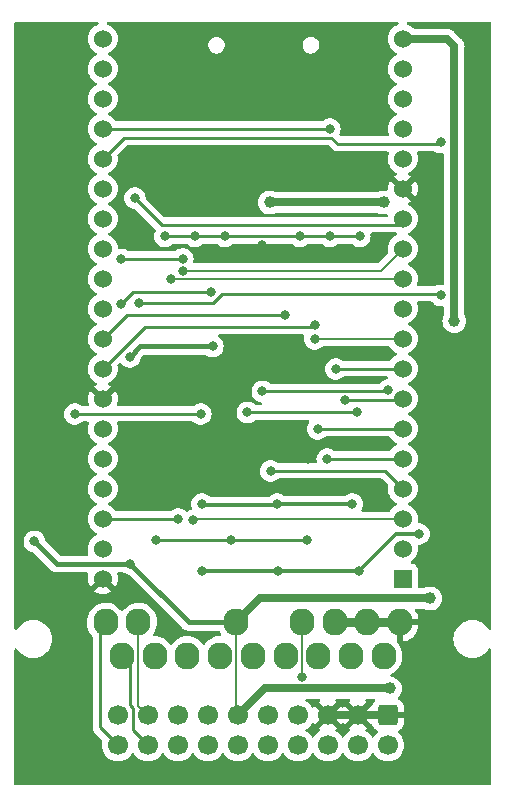
<source format=gbr>
%TF.GenerationSoftware,KiCad,Pcbnew,7.0.10*%
%TF.CreationDate,2024-02-08T23:41:11-06:00*%
%TF.ProjectId,FujiApple-DevKit-Combo,46756a69-4170-4706-9c65-2d4465764b69,1.0*%
%TF.SameCoordinates,Original*%
%TF.FileFunction,Copper,L2,Bot*%
%TF.FilePolarity,Positive*%
%FSLAX46Y46*%
G04 Gerber Fmt 4.6, Leading zero omitted, Abs format (unit mm)*
G04 Created by KiCad (PCBNEW 7.0.10) date 2024-02-08 23:41:11*
%MOMM*%
%LPD*%
G01*
G04 APERTURE LIST*
G04 Aperture macros list*
%AMRoundRect*
0 Rectangle with rounded corners*
0 $1 Rounding radius*
0 $2 $3 $4 $5 $6 $7 $8 $9 X,Y pos of 4 corners*
0 Add a 4 corners polygon primitive as box body*
4,1,4,$2,$3,$4,$5,$6,$7,$8,$9,$2,$3,0*
0 Add four circle primitives for the rounded corners*
1,1,$1+$1,$2,$3*
1,1,$1+$1,$4,$5*
1,1,$1+$1,$6,$7*
1,1,$1+$1,$8,$9*
0 Add four rect primitives between the rounded corners*
20,1,$1+$1,$2,$3,$4,$5,0*
20,1,$1+$1,$4,$5,$6,$7,0*
20,1,$1+$1,$6,$7,$8,$9,0*
20,1,$1+$1,$8,$9,$2,$3,0*%
G04 Aperture macros list end*
%TA.AperFunction,ComponentPad*%
%ADD10RoundRect,0.250000X-0.600000X0.600000X-0.600000X-0.600000X0.600000X-0.600000X0.600000X0.600000X0*%
%TD*%
%TA.AperFunction,ComponentPad*%
%ADD11C,1.700000*%
%TD*%
%TA.AperFunction,ComponentPad*%
%ADD12R,1.530000X1.530000*%
%TD*%
%TA.AperFunction,ComponentPad*%
%ADD13C,1.530000*%
%TD*%
%TA.AperFunction,ComponentPad*%
%ADD14O,2.100000X2.300000*%
%TD*%
%TA.AperFunction,ViaPad*%
%ADD15C,1.000000*%
%TD*%
%TA.AperFunction,ViaPad*%
%ADD16C,0.800000*%
%TD*%
%TA.AperFunction,Conductor*%
%ADD17C,0.200000*%
%TD*%
%TA.AperFunction,Conductor*%
%ADD18C,0.250000*%
%TD*%
%TA.AperFunction,Conductor*%
%ADD19C,0.700000*%
%TD*%
%TA.AperFunction,Conductor*%
%ADD20C,0.800000*%
%TD*%
%TA.AperFunction,Conductor*%
%ADD21C,0.300000*%
%TD*%
%TA.AperFunction,Conductor*%
%ADD22C,0.400000*%
%TD*%
G04 APERTURE END LIST*
D10*
%TO.P,J2,1,Pin_1*%
%TO.N,GND*%
X166203000Y-134721600D03*
D11*
%TO.P,J2,2,Pin_2*%
%TO.N,/A2_PH0*%
X166203000Y-137261600D03*
%TO.P,J2,3,Pin_3*%
%TO.N,GND*%
X163663000Y-134721600D03*
%TO.P,J2,4,Pin_4*%
%TO.N,/A2_PH1*%
X163663000Y-137261600D03*
%TO.P,J2,5,Pin_5*%
%TO.N,GND*%
X161123000Y-134721600D03*
%TO.P,J2,6,Pin_6*%
%TO.N,/A2_PH2*%
X161123000Y-137261600D03*
%TO.P,J2,7,Pin_7*%
%TO.N,/A2_EN3.5*%
X158583000Y-134721600D03*
%TO.P,J2,8,Pin_8*%
%TO.N,/A2_PH3*%
X158583000Y-137261600D03*
%TO.P,J2,9,Pin_9*%
%TO.N,unconnected-(J2-Pin_9-Pad9)*%
X156043000Y-134721600D03*
%TO.P,J2,10,Pin_10*%
%TO.N,/A2_WREQ*%
X156043000Y-137261600D03*
%TO.P,J2,11,Pin_11*%
%TO.N,/A2_5V*%
X153503000Y-134721600D03*
%TO.P,J2,12,Pin_12*%
%TO.N,/A2_HDSEL*%
X153503000Y-137261600D03*
%TO.P,J2,13,Pin_13*%
%TO.N,unconnected-(J2-Pin_13-Pad13)*%
X150963000Y-134721600D03*
%TO.P,J2,14,Pin_14*%
%TO.N,/A2_DRIVE1*%
X150963000Y-137261600D03*
%TO.P,J2,15,Pin_15*%
%TO.N,unconnected-(J2-Pin_15-Pad15)*%
X148423000Y-134721600D03*
%TO.P,J2,16,Pin_16*%
%TO.N,/A2_RD_DATA*%
X148423000Y-137261600D03*
%TO.P,J2,17,Pin_17*%
%TO.N,/DRIVE2*%
X145883000Y-134721600D03*
%TO.P,J2,18,Pin_18*%
%TO.N,/A2_WR_DATA*%
X145883000Y-137261600D03*
%TO.P,J2,19,Pin_19*%
%TO.N,unconnected-(J2-Pin_19-Pad19)*%
X143343000Y-134721600D03*
%TO.P,J2,20,Pin_20*%
%TO.N,/A2_WPROT*%
X143343000Y-137261600D03*
%TD*%
D12*
%TO.P,U4,1,3V3*%
%TO.N,+3.3V*%
X167462200Y-123180000D03*
D13*
%TO.P,U4,2,EN*%
%TO.N,unconnected-(U4-EN-Pad2)*%
X167462200Y-120640000D03*
%TO.P,U4,3,SENSOR_VP*%
%TO.N,/IO36{slash}DRIVE1*%
X167462200Y-118100000D03*
%TO.P,U4,4,SENSOR_VN*%
%TO.N,/IO39{slash}EN3.5*%
X167462200Y-115560000D03*
%TO.P,U4,5,IO34*%
%TO.N,/IO34{slash}PH2*%
X167462200Y-113020000D03*
%TO.P,U4,6,IO35*%
%TO.N,/IO35{slash}PH3*%
X167462200Y-110480000D03*
%TO.P,U4,7,IO32*%
%TO.N,/IO32{slash}PH0{slash}REQ*%
X167462200Y-107940000D03*
%TO.P,U4,8,IO33*%
%TO.N,/IO33{slash}PH1*%
X167462200Y-105400000D03*
%TO.P,U4,9,IO25*%
%TO.N,/IO25{slash}BUF_EN*%
X167462200Y-102860000D03*
%TO.P,U4,10,IO26*%
%TO.N,/IO26{slash}WREQ*%
X167462200Y-100320000D03*
%TO.P,U4,11,IO27*%
%TO.N,/IO27{slash}WRPROT{slash}ACK*%
X167462200Y-97780000D03*
%TO.P,U4,12,IO14*%
%TO.N,/IO14{slash}RDDATA*%
X167462200Y-95240000D03*
%TO.P,U4,13,IO12*%
%TO.N,/IO12{slash}BUS_LED*%
X167462200Y-92700000D03*
%TO.P,U4,14,GND1*%
%TO.N,GND*%
X167462200Y-90160000D03*
%TO.P,U4,15,IO13*%
%TO.N,/IO13{slash}HDSEL*%
X167462200Y-87620000D03*
%TO.P,U4,16,SD2*%
%TO.N,unconnected-(U4-SD2-Pad16)*%
X167462200Y-85080000D03*
%TO.P,U4,17,SD3*%
%TO.N,unconnected-(U4-SD3-Pad17)*%
X167462200Y-82540000D03*
%TO.P,U4,18,CMD*%
%TO.N,unconnected-(U4-CMD-Pad18)*%
X167462200Y-80000000D03*
%TO.P,U4,19,EXT_5V*%
%TO.N,+5V*%
X167462200Y-77460000D03*
%TO.P,U4,20,CLK*%
%TO.N,unconnected-(U4-CLK-Pad20)*%
X142062200Y-77460000D03*
%TO.P,U4,21,SD0*%
%TO.N,unconnected-(U4-SD0-Pad21)*%
X142062200Y-80000000D03*
%TO.P,U4,22,SD1*%
%TO.N,unconnected-(U4-SD1-Pad22)*%
X142062200Y-82540000D03*
%TO.P,U4,23,IO15*%
%TO.N,/IO15{slash}CD*%
X142062200Y-85080000D03*
%TO.P,U4,24,IO2*%
%TO.N,/IO2{slash}WIFI_LED*%
X142062200Y-87620000D03*
%TO.P,U4,25,IO0*%
%TO.N,/IO0*%
X142062200Y-90160000D03*
%TO.P,U4,26,IO4*%
%TO.N,/IO4{slash}SAFE_RESET*%
X142062200Y-92700000D03*
%TO.P,U4,27,IO16*%
%TO.N,unconnected-(U4-IO16-Pad27)*%
X142062200Y-95240000D03*
%TO.P,U4,28,IO17*%
%TO.N,unconnected-(U4-IO17-Pad28)*%
X142062200Y-97780000D03*
%TO.P,U4,29,IO5*%
%TO.N,/IO5{slash}SPI_CS*%
X142062200Y-100320000D03*
%TO.P,U4,30,IO18*%
%TO.N,/IO18{slash}SPI_CLK*%
X142062200Y-102860000D03*
%TO.P,U4,31,IO19*%
%TO.N,/IO19{slash}SPI_MISO*%
X142062200Y-105400000D03*
%TO.P,U4,32,GND2*%
%TO.N,GND*%
X142062200Y-107940000D03*
%TO.P,U4,33,IO21*%
%TO.N,/IO21{slash}DRV2*%
X142062200Y-110480000D03*
%TO.P,U4,34,RXD0*%
%TO.N,unconnected-(U4-RXD0-Pad34)*%
X142062200Y-113020000D03*
%TO.P,U4,35,TXD0*%
%TO.N,unconnected-(U4-TXD0-Pad35)*%
X142062200Y-115560000D03*
%TO.P,U4,36,IO22*%
%TO.N,/IO22{slash}WRDATA*%
X142062200Y-118100000D03*
%TO.P,U4,37,IO23*%
%TO.N,/IO23{slash}SPI_MOSI*%
X142062200Y-120640000D03*
%TO.P,U4,38,GND3*%
%TO.N,GND*%
X142062200Y-123180000D03*
%TD*%
D14*
%TO.P,J1,1,1*%
%TO.N,GND*%
X167238000Y-126850000D03*
%TO.P,J1,2,2*%
X164468000Y-126850000D03*
%TO.P,J1,3,3*%
X161698000Y-126850000D03*
%TO.P,J1,4,4*%
%TO.N,/A2_EN3.5*%
X158928000Y-126850000D03*
%TO.P,J1,6,6*%
%TO.N,/A2_5V*%
X153388000Y-126850000D03*
%TO.P,J1,9,9*%
%TO.N,/DRIVE2*%
X145078000Y-126850000D03*
%TO.P,J1,10,10*%
%TO.N,/A2_WPROT*%
X142308000Y-126850000D03*
%TO.P,J1,11,P11*%
%TO.N,/A2_PH0*%
X165853000Y-129690000D03*
%TO.P,J1,12,P12*%
%TO.N,/A2_PH1*%
X163083000Y-129690000D03*
%TO.P,J1,13,P13*%
%TO.N,/A2_PH2*%
X160313000Y-129690000D03*
%TO.P,J1,14,P14*%
%TO.N,/A2_PH3*%
X157543000Y-129690000D03*
%TO.P,J1,15,P15*%
%TO.N,/A2_WREQ*%
X154773000Y-129690000D03*
%TO.P,J1,16,P16*%
%TO.N,/A2_HDSEL*%
X152003000Y-129690000D03*
%TO.P,J1,17,P17*%
%TO.N,/A2_DRIVE1*%
X149233000Y-129690000D03*
%TO.P,J1,18,P18*%
%TO.N,/A2_RD_DATA*%
X146463000Y-129690000D03*
%TO.P,J1,19,P19*%
%TO.N,/A2_WR_DATA*%
X143693000Y-129690000D03*
%TD*%
D15*
%TO.N,/A2_5V*%
X166370000Y-132461000D03*
D16*
%TO.N,/A2_EN3.5*%
X158922700Y-131511000D03*
%TO.N,GND*%
X153035000Y-114173000D03*
X164084000Y-78359000D03*
X159474500Y-113030000D03*
X158003000Y-89400000D03*
X171958000Y-121920000D03*
X174117000Y-119761000D03*
X146431000Y-114173000D03*
X149479000Y-88011000D03*
X146939000Y-80391000D03*
X154051000Y-96012000D03*
X155575000Y-94904000D03*
%TO.N,+5V*%
X163720059Y-122537941D03*
D15*
X171831000Y-101346000D03*
D16*
X150454501Y-122555000D03*
X156894501Y-122555000D03*
X168849500Y-119380000D03*
%TO.N,/IO5{slash}SPI_CS*%
X143637000Y-96139000D03*
X148840655Y-96082760D03*
%TO.N,/IO23{slash}SPI_MOSI*%
X143637000Y-99949000D03*
X151257000Y-98933000D03*
%TO.N,/IO12{slash}BUS_LED*%
X144780000Y-90932000D03*
%TO.N,/IO18{slash}SPI_CLK*%
X157480000Y-100838000D03*
%TO.N,/IO19{slash}SPI_MISO*%
X160020000Y-101727000D03*
%TO.N,+3.3V*%
X161290000Y-94179500D03*
X152400000Y-94179500D03*
X163830000Y-94179500D03*
X139700000Y-109220000D03*
X147320000Y-94179500D03*
D15*
X165862000Y-91313000D03*
D16*
X163195000Y-116840000D03*
X156845000Y-116840000D03*
X150454501Y-116840000D03*
X150368000Y-109220000D03*
X158750000Y-94179500D03*
D15*
X156210000Y-91313000D03*
D16*
X149860000Y-94179500D03*
%TO.N,/IO0*%
X170688000Y-99187000D03*
X145161000Y-99822000D03*
%TO.N,/IO15{slash}CD*%
X161290000Y-85090000D03*
%TO.N,/IO2{slash}WIFI_LED*%
X170688000Y-86233000D03*
%TO.N,/IO25{slash}BUF_EN*%
X152908000Y-119888000D03*
X146558000Y-119888000D03*
X160020000Y-102870000D03*
X159385000Y-119888000D03*
%TO.N,/IO32{slash}PH0{slash}REQ*%
X162560000Y-108039500D03*
%TO.N,/IO33{slash}PH1*%
X161798000Y-105410000D03*
%TO.N,/IO34{slash}PH2*%
X161073500Y-113030000D03*
%TO.N,/IO35{slash}PH3*%
X160274000Y-110490000D03*
%TO.N,/IO39{slash}EN3.5*%
X156269502Y-114046000D03*
%TO.N,/IO26{slash}WREQ*%
X155575000Y-107315000D03*
X166243000Y-107188000D03*
%TO.N,/IO13{slash}HDSEL*%
X154305000Y-109093000D03*
X163576000Y-109093000D03*
%TO.N,/IO36{slash}DRIVE1*%
X149733000Y-118237000D03*
%TO.N,/IO14{slash}RDDATA*%
X148900000Y-97080500D03*
%TO.N,/IO22{slash}WRDATA*%
X148463000Y-118110000D03*
%TO.N,/IO27{slash}WRPROT{slash}ACK*%
X147828000Y-97790000D03*
%TO.N,/A2_5V*%
X151384000Y-103505000D03*
X144361500Y-104394000D03*
D15*
X169799000Y-124841000D03*
D16*
X136271000Y-120015000D03*
X144399000Y-121920000D03*
%TD*%
D17*
%TO.N,/A2_5V*%
X153388000Y-134606600D02*
X153388000Y-126850000D01*
X153503000Y-134721600D02*
X153388000Y-134606600D01*
%TO.N,/DRIVE2*%
X145084800Y-133923400D02*
X145084800Y-126856800D01*
X145883000Y-134721600D02*
X145084800Y-133923400D01*
D18*
%TO.N,/A2_WR_DATA*%
X144399000Y-133873996D02*
X144399000Y-130396000D01*
X144399000Y-130396000D02*
X143693000Y-129690000D01*
X144627600Y-134102596D02*
X144399000Y-133873996D01*
X144627600Y-136006200D02*
X144627600Y-134102596D01*
X145883000Y-137261600D02*
X144627600Y-136006200D01*
%TO.N,/A2_WPROT*%
X143343000Y-137261600D02*
X141833600Y-135752200D01*
X141833600Y-135752200D02*
X141833600Y-127324400D01*
D17*
%TO.N,/A2_EN3.5*%
X158922700Y-131511000D02*
X158922700Y-131145300D01*
X158928000Y-131140000D02*
X158928000Y-126850000D01*
X158922700Y-131145300D02*
X158928000Y-131140000D01*
D19*
%TO.N,/A2_5V*%
X155763600Y-132461000D02*
X166370000Y-132461000D01*
X153503000Y-134721600D02*
X155763600Y-132461000D01*
%TO.N,GND*%
X161123000Y-134721600D02*
X166203000Y-134721600D01*
D20*
X161698000Y-126850000D02*
X167238000Y-126850000D01*
D19*
%TO.N,+5V*%
X171831000Y-78105000D02*
X171831000Y-101346000D01*
X167462200Y-77460000D02*
X171186000Y-77460000D01*
D21*
X150454501Y-122555000D02*
X156894501Y-122555000D01*
X156894501Y-122555000D02*
X163703000Y-122555000D01*
D19*
X171186000Y-77460000D02*
X171831000Y-78105000D01*
D21*
X166878000Y-119380000D02*
X163720059Y-122537941D01*
X163703000Y-122555000D02*
X163720059Y-122537941D01*
X168849500Y-119380000D02*
X166878000Y-119380000D01*
D18*
%TO.N,/IO5{slash}SPI_CS*%
X148840655Y-96082760D02*
X143693240Y-96082760D01*
X143693240Y-96082760D02*
X143637000Y-96139000D01*
%TO.N,/IO23{slash}SPI_MOSI*%
X151257000Y-98933000D02*
X144653000Y-98933000D01*
X144653000Y-98933000D02*
X143637000Y-99949000D01*
%TO.N,/IO12{slash}BUS_LED*%
X167462200Y-92700000D02*
X166944200Y-93218000D01*
X166944200Y-93218000D02*
X147066000Y-93218000D01*
X147066000Y-93218000D02*
X144780000Y-90932000D01*
%TO.N,/IO18{slash}SPI_CLK*%
X157480000Y-100838000D02*
X144084200Y-100838000D01*
X144084200Y-100838000D02*
X142062200Y-102860000D01*
%TO.N,/IO19{slash}SPI_MISO*%
X159893000Y-101854000D02*
X145608200Y-101854000D01*
X160020000Y-101727000D02*
X159893000Y-101854000D01*
X145608200Y-101854000D02*
X142062200Y-105400000D01*
%TO.N,+3.3V*%
X139700000Y-109220000D02*
X150368000Y-109220000D01*
X152400000Y-94179500D02*
X158750000Y-94179500D01*
X158750000Y-94179500D02*
X161290000Y-94179500D01*
X161290000Y-94179500D02*
X163830000Y-94179500D01*
X147320000Y-94179500D02*
X149860000Y-94179500D01*
X149860000Y-94179500D02*
X152400000Y-94179500D01*
D21*
X156778049Y-116906951D02*
X156845000Y-116840000D01*
D19*
X165862000Y-91313000D02*
X156210000Y-91313000D01*
D21*
X150454501Y-116840000D02*
X150521452Y-116906951D01*
X150521452Y-116906951D02*
X156778049Y-116906951D01*
X156845000Y-116840000D02*
X163195000Y-116840000D01*
D18*
%TO.N,/IO0*%
X151393305Y-99822000D02*
X145161000Y-99822000D01*
X152155305Y-99060000D02*
X151393305Y-99822000D01*
X170561000Y-99060000D02*
X152155305Y-99060000D01*
X170688000Y-99187000D02*
X170561000Y-99060000D01*
%TO.N,/IO15{slash}CD*%
X142062200Y-85080000D02*
X161280000Y-85080000D01*
X161280000Y-85080000D02*
X161290000Y-85090000D01*
%TO.N,/IO2{slash}WIFI_LED*%
X143867200Y-85815000D02*
X161417000Y-85815000D01*
X142062200Y-87620000D02*
X143867200Y-85815000D01*
X161417000Y-85815000D02*
X161962000Y-86360000D01*
X161962000Y-86360000D02*
X170561000Y-86360000D01*
X170561000Y-86360000D02*
X170688000Y-86233000D01*
%TO.N,/IO25{slash}BUF_EN*%
X152908000Y-119888000D02*
X146558000Y-119888000D01*
X159385000Y-119888000D02*
X152908000Y-119888000D01*
D17*
X160030000Y-102860000D02*
X160020000Y-102870000D01*
X167462200Y-102860000D02*
X160030000Y-102860000D01*
D18*
%TO.N,/IO32{slash}PH0{slash}REQ*%
X162560000Y-108039500D02*
X167362700Y-108039500D01*
%TO.N,/IO33{slash}PH1*%
X161808000Y-105400000D02*
X167462200Y-105400000D01*
X161798000Y-105410000D02*
X161808000Y-105400000D01*
%TO.N,/IO34{slash}PH2*%
X161073500Y-113030000D02*
X161083500Y-113020000D01*
X161083500Y-113020000D02*
X167462200Y-113020000D01*
%TO.N,/IO35{slash}PH3*%
X160284000Y-110480000D02*
X167462200Y-110480000D01*
X160274000Y-110490000D02*
X160284000Y-110480000D01*
%TO.N,/IO39{slash}EN3.5*%
X156269502Y-114046000D02*
X165948200Y-114046000D01*
X165948200Y-114046000D02*
X167462200Y-115560000D01*
%TO.N,/IO26{slash}WREQ*%
X155575000Y-107315000D02*
X166116000Y-107315000D01*
X166116000Y-107315000D02*
X166243000Y-107188000D01*
%TO.N,/IO13{slash}HDSEL*%
X163576000Y-109093000D02*
X154305000Y-109093000D01*
D17*
%TO.N,/IO36{slash}DRIVE1*%
X149733000Y-118237000D02*
X149870000Y-118100000D01*
X149870000Y-118100000D02*
X167462200Y-118100000D01*
%TO.N,/IO14{slash}RDDATA*%
X148900000Y-97080500D02*
X165621700Y-97080500D01*
X165621700Y-97080500D02*
X167462200Y-95240000D01*
D18*
%TO.N,/IO22{slash}WRDATA*%
X148453000Y-118100000D02*
X148463000Y-118110000D01*
X142062200Y-118100000D02*
X148453000Y-118100000D01*
D17*
%TO.N,/IO27{slash}WRPROT{slash}ACK*%
X147828000Y-97790000D02*
X147838000Y-97780000D01*
X147838000Y-97780000D02*
X167462200Y-97780000D01*
D22*
%TO.N,/A2_5V*%
X144399000Y-121920000D02*
X138176000Y-121920000D01*
D19*
X155397000Y-124841000D02*
X169799000Y-124841000D01*
X153388000Y-126850000D02*
X155397000Y-124841000D01*
D22*
X138176000Y-121920000D02*
X136271000Y-120015000D01*
X153388000Y-126850000D02*
X149329000Y-126850000D01*
X145250500Y-103505000D02*
X144361500Y-104394000D01*
X149329000Y-126850000D02*
X144399000Y-121920000D01*
X151384000Y-103505000D02*
X145250500Y-103505000D01*
%TD*%
%TA.AperFunction,Conductor*%
%TO.N,GND*%
G36*
X141661689Y-76030702D02*
G01*
X141708182Y-76084358D01*
X141718286Y-76154632D01*
X141688792Y-76219212D01*
X141629066Y-76257596D01*
X141626190Y-76258403D01*
X141625975Y-76258461D01*
X141624974Y-76258729D01*
X141624969Y-76258731D01*
X141423021Y-76352901D01*
X141240482Y-76480716D01*
X141240478Y-76480719D01*
X141082919Y-76638278D01*
X141082916Y-76638282D01*
X140955101Y-76820821D01*
X140860931Y-77022769D01*
X140860929Y-77022774D01*
X140818709Y-77180341D01*
X140803256Y-77238014D01*
X140783835Y-77460000D01*
X140803256Y-77681986D01*
X140819026Y-77740840D01*
X140860929Y-77897225D01*
X140860931Y-77897230D01*
X140955102Y-78099182D01*
X141082918Y-78281720D01*
X141240479Y-78439281D01*
X141240482Y-78439283D01*
X141240483Y-78439284D01*
X141423017Y-78567097D01*
X141527472Y-78615805D01*
X141580757Y-78662722D01*
X141600218Y-78730999D01*
X141579676Y-78798959D01*
X141527472Y-78844195D01*
X141423021Y-78892901D01*
X141240482Y-79020716D01*
X141240478Y-79020719D01*
X141082919Y-79178278D01*
X141082916Y-79178282D01*
X140955101Y-79360821D01*
X140860931Y-79562769D01*
X140860929Y-79562774D01*
X140818709Y-79720341D01*
X140803256Y-79778014D01*
X140783835Y-80000000D01*
X140803256Y-80221986D01*
X140834163Y-80337332D01*
X140860929Y-80437225D01*
X140860931Y-80437230D01*
X140955102Y-80639182D01*
X141082918Y-80821720D01*
X141240479Y-80979281D01*
X141240482Y-80979283D01*
X141240483Y-80979284D01*
X141423017Y-81107097D01*
X141527472Y-81155805D01*
X141580757Y-81202722D01*
X141600218Y-81270999D01*
X141579676Y-81338959D01*
X141527472Y-81384195D01*
X141423021Y-81432901D01*
X141240482Y-81560716D01*
X141240478Y-81560719D01*
X141082919Y-81718278D01*
X141082916Y-81718282D01*
X140955101Y-81900821D01*
X140860931Y-82102769D01*
X140860929Y-82102774D01*
X140818709Y-82260341D01*
X140803256Y-82318014D01*
X140783835Y-82540000D01*
X140803256Y-82761986D01*
X140834163Y-82877332D01*
X140860929Y-82977225D01*
X140860931Y-82977230D01*
X140955102Y-83179182D01*
X141082918Y-83361720D01*
X141240479Y-83519281D01*
X141240482Y-83519283D01*
X141240483Y-83519284D01*
X141423017Y-83647097D01*
X141527472Y-83695805D01*
X141580757Y-83742722D01*
X141600218Y-83810999D01*
X141579676Y-83878959D01*
X141527472Y-83924195D01*
X141423021Y-83972901D01*
X141240482Y-84100716D01*
X141240478Y-84100719D01*
X141082919Y-84258278D01*
X141082916Y-84258282D01*
X140955101Y-84440821D01*
X140860931Y-84642769D01*
X140860929Y-84642774D01*
X140818709Y-84800341D01*
X140803256Y-84858014D01*
X140783835Y-85080000D01*
X140803256Y-85301986D01*
X140811780Y-85333796D01*
X140860929Y-85517225D01*
X140860931Y-85517230D01*
X140955102Y-85719182D01*
X141082918Y-85901720D01*
X141240479Y-86059281D01*
X141240482Y-86059283D01*
X141240483Y-86059284D01*
X141423017Y-86187097D01*
X141527472Y-86235805D01*
X141580757Y-86282722D01*
X141600218Y-86350999D01*
X141579676Y-86418959D01*
X141527472Y-86464195D01*
X141423021Y-86512901D01*
X141240482Y-86640716D01*
X141240478Y-86640719D01*
X141082919Y-86798278D01*
X141082916Y-86798282D01*
X140955101Y-86980821D01*
X140860931Y-87182769D01*
X140860929Y-87182774D01*
X140841062Y-87256921D01*
X140803256Y-87398014D01*
X140783835Y-87620000D01*
X140803256Y-87841986D01*
X140834163Y-87957332D01*
X140860929Y-88057225D01*
X140860931Y-88057230D01*
X140955102Y-88259182D01*
X141082918Y-88441720D01*
X141240479Y-88599281D01*
X141240482Y-88599283D01*
X141240483Y-88599284D01*
X141423017Y-88727097D01*
X141527472Y-88775805D01*
X141580757Y-88822722D01*
X141600218Y-88890999D01*
X141579676Y-88958959D01*
X141527472Y-89004195D01*
X141423021Y-89052901D01*
X141240482Y-89180716D01*
X141240478Y-89180719D01*
X141082919Y-89338278D01*
X141082916Y-89338282D01*
X140955101Y-89520821D01*
X140860931Y-89722769D01*
X140860929Y-89722774D01*
X140818709Y-89880341D01*
X140803256Y-89938014D01*
X140783835Y-90160000D01*
X140803256Y-90381986D01*
X140806759Y-90395058D01*
X140860929Y-90597225D01*
X140860931Y-90597230D01*
X140955102Y-90799182D01*
X141082918Y-90981720D01*
X141240479Y-91139281D01*
X141240482Y-91139283D01*
X141240483Y-91139284D01*
X141423017Y-91267097D01*
X141527472Y-91315805D01*
X141580757Y-91362722D01*
X141600218Y-91430999D01*
X141579676Y-91498959D01*
X141527472Y-91544195D01*
X141423021Y-91592901D01*
X141240482Y-91720716D01*
X141240478Y-91720719D01*
X141082919Y-91878278D01*
X141082916Y-91878282D01*
X140955101Y-92060821D01*
X140860931Y-92262769D01*
X140860929Y-92262774D01*
X140847481Y-92312965D01*
X140803256Y-92478014D01*
X140783835Y-92700000D01*
X140803256Y-92921986D01*
X140834163Y-93037332D01*
X140860929Y-93137225D01*
X140860931Y-93137230D01*
X140955102Y-93339182D01*
X141082918Y-93521720D01*
X141240479Y-93679281D01*
X141240482Y-93679283D01*
X141240483Y-93679284D01*
X141423017Y-93807097D01*
X141527472Y-93855805D01*
X141580757Y-93902722D01*
X141600218Y-93970999D01*
X141579676Y-94038959D01*
X141527472Y-94084195D01*
X141423021Y-94132901D01*
X141240482Y-94260716D01*
X141240478Y-94260719D01*
X141082919Y-94418278D01*
X141082916Y-94418282D01*
X140955101Y-94600821D01*
X140860931Y-94802769D01*
X140860929Y-94802774D01*
X140818709Y-94960341D01*
X140803256Y-95018014D01*
X140783835Y-95240000D01*
X140803256Y-95461986D01*
X140825716Y-95545808D01*
X140860929Y-95677225D01*
X140860931Y-95677230D01*
X140955102Y-95879182D01*
X141082918Y-96061720D01*
X141240479Y-96219281D01*
X141240482Y-96219283D01*
X141240483Y-96219284D01*
X141423017Y-96347097D01*
X141527472Y-96395805D01*
X141580757Y-96442722D01*
X141600218Y-96510999D01*
X141579676Y-96578959D01*
X141527472Y-96624195D01*
X141423021Y-96672901D01*
X141240482Y-96800716D01*
X141240478Y-96800719D01*
X141082919Y-96958278D01*
X141082916Y-96958282D01*
X140955101Y-97140821D01*
X140860931Y-97342769D01*
X140860929Y-97342774D01*
X140818709Y-97500341D01*
X140803256Y-97558014D01*
X140783835Y-97780000D01*
X140803256Y-98001986D01*
X140834163Y-98117332D01*
X140860929Y-98217225D01*
X140860931Y-98217230D01*
X140955102Y-98419182D01*
X141082918Y-98601720D01*
X141240479Y-98759281D01*
X141240482Y-98759283D01*
X141240483Y-98759284D01*
X141423017Y-98887097D01*
X141527472Y-98935805D01*
X141580757Y-98982722D01*
X141600218Y-99050999D01*
X141579676Y-99118959D01*
X141527472Y-99164195D01*
X141423021Y-99212901D01*
X141240482Y-99340716D01*
X141240478Y-99340719D01*
X141082919Y-99498278D01*
X141082916Y-99498282D01*
X140955101Y-99680821D01*
X140860931Y-99882769D01*
X140860929Y-99882774D01*
X140837770Y-99969206D01*
X140803256Y-100098014D01*
X140783835Y-100320000D01*
X140803256Y-100541986D01*
X140831682Y-100648072D01*
X140860929Y-100757225D01*
X140860931Y-100757230D01*
X140955102Y-100959182D01*
X141082918Y-101141720D01*
X141240479Y-101299281D01*
X141240482Y-101299283D01*
X141240483Y-101299284D01*
X141423017Y-101427097D01*
X141527472Y-101475805D01*
X141580757Y-101522722D01*
X141600218Y-101590999D01*
X141579676Y-101658959D01*
X141527472Y-101704195D01*
X141423021Y-101752901D01*
X141240482Y-101880716D01*
X141240478Y-101880719D01*
X141082919Y-102038278D01*
X141082916Y-102038282D01*
X140955101Y-102220821D01*
X140860931Y-102422769D01*
X140860929Y-102422774D01*
X140833354Y-102525686D01*
X140803256Y-102638014D01*
X140783835Y-102860000D01*
X140803256Y-103081986D01*
X140834163Y-103197332D01*
X140860929Y-103297225D01*
X140860931Y-103297230D01*
X140955102Y-103499182D01*
X141082918Y-103681720D01*
X141240479Y-103839281D01*
X141240482Y-103839283D01*
X141240483Y-103839284D01*
X141423017Y-103967097D01*
X141527472Y-104015805D01*
X141580757Y-104062722D01*
X141600218Y-104130999D01*
X141579676Y-104198959D01*
X141527472Y-104244195D01*
X141423021Y-104292901D01*
X141240482Y-104420716D01*
X141240478Y-104420719D01*
X141082919Y-104578278D01*
X141082916Y-104578282D01*
X140955101Y-104760821D01*
X140860931Y-104962769D01*
X140860929Y-104962774D01*
X140833254Y-105066060D01*
X140803256Y-105178014D01*
X140783835Y-105400000D01*
X140803256Y-105621986D01*
X140834163Y-105737332D01*
X140860929Y-105837225D01*
X140860931Y-105837230D01*
X140955102Y-106039182D01*
X141082918Y-106221720D01*
X141240479Y-106379281D01*
X141240482Y-106379283D01*
X141240483Y-106379284D01*
X141423017Y-106507097D01*
X141528064Y-106556081D01*
X141581349Y-106602998D01*
X141600810Y-106671275D01*
X141580268Y-106739235D01*
X141528065Y-106784470D01*
X141423270Y-106833337D01*
X141423268Y-106833338D01*
X141359440Y-106878030D01*
X141925780Y-107444370D01*
X141917039Y-107445627D01*
X141783638Y-107506549D01*
X141672805Y-107602587D01*
X141593518Y-107725960D01*
X141569782Y-107806792D01*
X141000230Y-107237240D01*
X140955539Y-107301067D01*
X140861403Y-107502942D01*
X140861401Y-107502946D01*
X140803751Y-107718102D01*
X140784337Y-107940000D01*
X140803751Y-108161897D01*
X140861401Y-108377053D01*
X140861405Y-108377062D01*
X140875482Y-108407251D01*
X140886143Y-108477442D01*
X140857163Y-108542255D01*
X140797743Y-108581111D01*
X140761287Y-108586500D01*
X140408200Y-108586500D01*
X140340079Y-108566498D01*
X140314563Y-108544810D01*
X140311252Y-108541133D01*
X140156752Y-108428882D01*
X139982288Y-108351206D01*
X139795487Y-108311500D01*
X139604513Y-108311500D01*
X139417711Y-108351206D01*
X139243247Y-108428882D01*
X139088744Y-108541135D01*
X138960965Y-108683048D01*
X138960958Y-108683058D01*
X138865476Y-108848438D01*
X138865473Y-108848445D01*
X138806457Y-109030072D01*
X138786496Y-109220000D01*
X138806457Y-109409927D01*
X138824207Y-109464554D01*
X138865473Y-109591556D01*
X138865476Y-109591561D01*
X138960958Y-109756941D01*
X138960965Y-109756951D01*
X139088744Y-109898864D01*
X139140972Y-109936810D01*
X139243248Y-110011118D01*
X139417712Y-110088794D01*
X139604513Y-110128500D01*
X139795487Y-110128500D01*
X139982288Y-110088794D01*
X140156752Y-110011118D01*
X140311253Y-109898866D01*
X140314563Y-109895190D01*
X140375009Y-109857950D01*
X140408200Y-109853500D01*
X140751409Y-109853500D01*
X140819530Y-109873502D01*
X140866023Y-109927158D01*
X140876127Y-109997432D01*
X140865603Y-110032751D01*
X140860933Y-110042765D01*
X140860929Y-110042774D01*
X140837959Y-110128500D01*
X140803256Y-110258014D01*
X140783835Y-110480000D01*
X140803256Y-110701986D01*
X140834163Y-110817332D01*
X140860929Y-110917225D01*
X140860931Y-110917230D01*
X140955102Y-111119182D01*
X141082918Y-111301720D01*
X141240479Y-111459281D01*
X141240482Y-111459283D01*
X141240483Y-111459284D01*
X141423017Y-111587097D01*
X141527472Y-111635805D01*
X141580757Y-111682722D01*
X141600218Y-111750999D01*
X141579676Y-111818959D01*
X141527472Y-111864195D01*
X141423021Y-111912901D01*
X141240482Y-112040716D01*
X141240478Y-112040719D01*
X141082919Y-112198278D01*
X141082916Y-112198282D01*
X140955101Y-112380821D01*
X140860931Y-112582769D01*
X140860929Y-112582774D01*
X140818709Y-112740341D01*
X140803256Y-112798014D01*
X140783835Y-113020000D01*
X140803256Y-113241986D01*
X140823766Y-113318531D01*
X140860929Y-113457225D01*
X140860931Y-113457230D01*
X140955102Y-113659182D01*
X141082918Y-113841720D01*
X141240479Y-113999281D01*
X141240482Y-113999283D01*
X141240483Y-113999284D01*
X141423017Y-114127097D01*
X141527472Y-114175805D01*
X141580757Y-114222722D01*
X141600218Y-114290999D01*
X141579676Y-114358959D01*
X141527472Y-114404195D01*
X141423021Y-114452901D01*
X141240482Y-114580716D01*
X141240478Y-114580719D01*
X141082919Y-114738278D01*
X141082916Y-114738282D01*
X140955101Y-114920821D01*
X140860931Y-115122769D01*
X140860929Y-115122774D01*
X140833064Y-115226768D01*
X140803256Y-115338014D01*
X140783835Y-115560000D01*
X140803256Y-115781986D01*
X140834163Y-115897332D01*
X140860929Y-115997225D01*
X140860931Y-115997230D01*
X140955102Y-116199182D01*
X141082918Y-116381720D01*
X141240479Y-116539281D01*
X141240482Y-116539283D01*
X141240483Y-116539284D01*
X141423017Y-116667097D01*
X141527472Y-116715805D01*
X141580757Y-116762722D01*
X141600218Y-116830999D01*
X141579676Y-116898959D01*
X141527472Y-116944195D01*
X141423021Y-116992901D01*
X141240482Y-117120716D01*
X141240478Y-117120719D01*
X141082919Y-117278278D01*
X141082916Y-117278282D01*
X140955101Y-117460821D01*
X140860931Y-117662769D01*
X140860929Y-117662774D01*
X140818709Y-117820341D01*
X140803256Y-117878014D01*
X140783835Y-118100000D01*
X140803256Y-118321986D01*
X140804752Y-118327568D01*
X140860929Y-118537225D01*
X140860931Y-118537230D01*
X140955102Y-118739182D01*
X141082918Y-118921720D01*
X141240479Y-119079281D01*
X141240482Y-119079283D01*
X141240483Y-119079284D01*
X141423017Y-119207097D01*
X141527472Y-119255805D01*
X141580757Y-119302722D01*
X141600218Y-119370999D01*
X141579676Y-119438959D01*
X141527472Y-119484195D01*
X141423021Y-119532901D01*
X141240482Y-119660716D01*
X141240478Y-119660719D01*
X141082919Y-119818278D01*
X141082916Y-119818282D01*
X140955101Y-120000821D01*
X140860931Y-120202769D01*
X140860929Y-120202774D01*
X140837959Y-120288500D01*
X140803256Y-120418014D01*
X140783835Y-120640000D01*
X140803256Y-120861986D01*
X140853958Y-121051206D01*
X140854409Y-121052889D01*
X140852719Y-121123865D01*
X140812925Y-121182661D01*
X140747660Y-121210609D01*
X140732702Y-121211500D01*
X138521660Y-121211500D01*
X138453539Y-121191498D01*
X138432565Y-121174595D01*
X137205664Y-119947694D01*
X137171638Y-119885382D01*
X137169449Y-119871767D01*
X137164542Y-119825075D01*
X137164541Y-119825069D01*
X137162334Y-119818278D01*
X137105527Y-119643444D01*
X137010040Y-119478056D01*
X137010038Y-119478054D01*
X137010034Y-119478048D01*
X136882255Y-119336135D01*
X136727752Y-119223882D01*
X136553288Y-119146206D01*
X136366487Y-119106500D01*
X136175513Y-119106500D01*
X135988711Y-119146206D01*
X135814247Y-119223882D01*
X135659744Y-119336135D01*
X135531965Y-119478048D01*
X135531958Y-119478058D01*
X135436476Y-119643438D01*
X135436473Y-119643445D01*
X135377457Y-119825072D01*
X135357496Y-120015000D01*
X135377457Y-120204927D01*
X135404612Y-120288500D01*
X135436473Y-120386556D01*
X135436476Y-120386561D01*
X135531958Y-120551941D01*
X135531965Y-120551951D01*
X135659744Y-120693864D01*
X135659747Y-120693866D01*
X135814248Y-120806118D01*
X135988712Y-120883794D01*
X136141570Y-120916285D01*
X136204041Y-120950012D01*
X136204466Y-120950436D01*
X137657171Y-122403141D01*
X137662387Y-122408682D01*
X137702724Y-122454212D01*
X137702727Y-122454215D01*
X137752768Y-122488756D01*
X137758899Y-122493267D01*
X137806774Y-122530775D01*
X137816070Y-122534958D01*
X137835935Y-122546163D01*
X137844320Y-122551951D01*
X137844322Y-122551952D01*
X137844325Y-122551954D01*
X137844329Y-122551955D01*
X137844332Y-122551957D01*
X137901176Y-122573515D01*
X137908208Y-122576427D01*
X137963671Y-122601389D01*
X137973704Y-122603227D01*
X137995668Y-122609351D01*
X138005195Y-122612964D01*
X138005197Y-122612964D01*
X138005199Y-122612965D01*
X138065597Y-122620298D01*
X138073059Y-122621434D01*
X138132908Y-122632402D01*
X138193616Y-122628729D01*
X138201222Y-122628500D01*
X140727861Y-122628500D01*
X140795982Y-122648502D01*
X140842475Y-122702158D01*
X140852579Y-122772432D01*
X140849568Y-122787111D01*
X140803751Y-122958102D01*
X140784337Y-123180000D01*
X140803751Y-123401897D01*
X140861401Y-123617053D01*
X140861403Y-123617058D01*
X140955537Y-123818931D01*
X141000229Y-123882757D01*
X141000231Y-123882757D01*
X141569782Y-123313206D01*
X141593518Y-123394040D01*
X141672805Y-123517413D01*
X141783638Y-123613451D01*
X141917039Y-123674373D01*
X141925779Y-123675629D01*
X141359441Y-124241967D01*
X141359441Y-124241969D01*
X141423269Y-124286662D01*
X141423268Y-124286662D01*
X141625141Y-124380796D01*
X141625146Y-124380798D01*
X141840302Y-124438448D01*
X142062200Y-124457862D01*
X142284097Y-124438448D01*
X142499253Y-124380798D01*
X142499258Y-124380796D01*
X142701131Y-124286662D01*
X142701132Y-124286661D01*
X142764957Y-124241969D01*
X142764957Y-124241968D01*
X142198619Y-123675629D01*
X142207361Y-123674373D01*
X142340762Y-123613451D01*
X142451595Y-123517413D01*
X142530882Y-123394040D01*
X142554617Y-123313207D01*
X143124167Y-123882757D01*
X143124169Y-123882757D01*
X143168861Y-123818932D01*
X143168862Y-123818931D01*
X143262996Y-123617058D01*
X143262998Y-123617053D01*
X143320648Y-123401897D01*
X143340062Y-123180000D01*
X143320648Y-122958102D01*
X143274832Y-122787111D01*
X143276522Y-122716134D01*
X143316316Y-122657339D01*
X143381581Y-122629391D01*
X143396539Y-122628500D01*
X143787595Y-122628500D01*
X143855716Y-122648502D01*
X143861655Y-122652563D01*
X143942248Y-122711118D01*
X144116712Y-122788794D01*
X144269570Y-122821285D01*
X144332041Y-122855012D01*
X144332466Y-122855436D01*
X148810171Y-127333141D01*
X148815387Y-127338682D01*
X148855724Y-127384212D01*
X148855727Y-127384215D01*
X148905768Y-127418756D01*
X148911899Y-127423267D01*
X148959774Y-127460775D01*
X148969070Y-127464958D01*
X148988935Y-127476163D01*
X148997320Y-127481951D01*
X148997322Y-127481952D01*
X148997325Y-127481954D01*
X148997329Y-127481955D01*
X148997332Y-127481957D01*
X149054176Y-127503515D01*
X149061208Y-127506427D01*
X149116671Y-127531389D01*
X149126704Y-127533227D01*
X149148668Y-127539351D01*
X149158195Y-127542964D01*
X149158197Y-127542964D01*
X149158199Y-127542965D01*
X149218597Y-127550298D01*
X149226059Y-127551434D01*
X149285908Y-127562402D01*
X149346616Y-127558729D01*
X149354222Y-127558500D01*
X151869923Y-127558500D01*
X151938044Y-127578502D01*
X151984537Y-127632158D01*
X151985835Y-127635100D01*
X152003528Y-127676627D01*
X152104686Y-127836597D01*
X152124189Y-127904862D01*
X152103688Y-127972834D01*
X152049693Y-128018933D01*
X151993119Y-128029836D01*
X151960576Y-128028525D01*
X151940042Y-128027698D01*
X151940035Y-128027698D01*
X151690244Y-128058029D01*
X151690242Y-128058029D01*
X151448560Y-128128033D01*
X151448555Y-128128034D01*
X151221217Y-128235907D01*
X151014135Y-128378844D01*
X151014118Y-128378858D01*
X150832656Y-128553155D01*
X150832653Y-128553158D01*
X150832651Y-128553161D01*
X150725215Y-128696132D01*
X150718940Y-128704483D01*
X150662026Y-128746925D01*
X150591201Y-128751860D01*
X150528951Y-128717721D01*
X150511716Y-128696132D01*
X150482984Y-128650696D01*
X150462067Y-128627085D01*
X150316123Y-128462349D01*
X150270021Y-128424708D01*
X150121213Y-128303210D01*
X150121214Y-128303210D01*
X149903291Y-128177391D01*
X149903287Y-128177390D01*
X149668015Y-128088164D01*
X149668014Y-128088163D01*
X149668012Y-128088163D01*
X149421468Y-128037830D01*
X149223121Y-128029837D01*
X149170042Y-128027698D01*
X149170035Y-128027698D01*
X148920244Y-128058029D01*
X148920242Y-128058029D01*
X148678560Y-128128033D01*
X148678555Y-128128034D01*
X148451217Y-128235907D01*
X148244135Y-128378844D01*
X148244118Y-128378858D01*
X148062656Y-128553155D01*
X148062653Y-128553158D01*
X148062651Y-128553161D01*
X147955215Y-128696132D01*
X147948940Y-128704483D01*
X147892026Y-128746925D01*
X147821201Y-128751860D01*
X147758951Y-128717721D01*
X147741716Y-128696132D01*
X147712984Y-128650696D01*
X147692067Y-128627085D01*
X147546123Y-128462349D01*
X147500021Y-128424708D01*
X147351213Y-128303210D01*
X147351214Y-128303210D01*
X147133291Y-128177391D01*
X147133287Y-128177390D01*
X146898015Y-128088164D01*
X146898014Y-128088163D01*
X146898012Y-128088163D01*
X146651468Y-128037830D01*
X146634423Y-128037143D01*
X146462883Y-128030230D01*
X146395623Y-128007501D01*
X146351329Y-127952016D01*
X146344063Y-127881392D01*
X146367226Y-127828642D01*
X146399514Y-127785675D01*
X146516452Y-127562867D01*
X146596135Y-127324187D01*
X146636500Y-127075815D01*
X146636500Y-126687197D01*
X146636500Y-126687188D01*
X146636499Y-126687186D01*
X146629138Y-126596000D01*
X146621322Y-126499186D01*
X146561103Y-126254867D01*
X146561102Y-126254862D01*
X146462472Y-126023373D01*
X146462469Y-126023368D01*
X146327986Y-125810698D01*
X146161122Y-125622348D01*
X146161118Y-125622345D01*
X145966213Y-125463210D01*
X145966214Y-125463210D01*
X145748291Y-125337391D01*
X145748287Y-125337390D01*
X145513015Y-125248164D01*
X145513014Y-125248163D01*
X145513012Y-125248163D01*
X145266468Y-125197830D01*
X145127627Y-125192235D01*
X145015042Y-125187698D01*
X145015035Y-125187698D01*
X144765244Y-125218029D01*
X144765242Y-125218029D01*
X144523560Y-125288033D01*
X144523555Y-125288034D01*
X144296217Y-125395907D01*
X144089135Y-125538844D01*
X144089118Y-125538858D01*
X143907656Y-125713155D01*
X143907655Y-125713157D01*
X143907651Y-125713161D01*
X143809759Y-125843432D01*
X143793940Y-125864483D01*
X143737026Y-125906925D01*
X143666201Y-125911860D01*
X143603951Y-125877721D01*
X143586716Y-125856132D01*
X143578685Y-125843432D01*
X143557985Y-125810697D01*
X143391123Y-125622349D01*
X143196213Y-125463210D01*
X143196214Y-125463210D01*
X142978291Y-125337391D01*
X142978287Y-125337390D01*
X142743015Y-125248164D01*
X142743014Y-125248163D01*
X142743012Y-125248163D01*
X142496468Y-125197830D01*
X142357627Y-125192235D01*
X142245042Y-125187698D01*
X142245035Y-125187698D01*
X141995244Y-125218029D01*
X141995242Y-125218029D01*
X141753560Y-125288033D01*
X141753555Y-125288034D01*
X141526217Y-125395907D01*
X141319135Y-125538844D01*
X141319118Y-125538858D01*
X141137656Y-125713155D01*
X141137654Y-125713157D01*
X141137651Y-125713161D01*
X140986486Y-125914325D01*
X140986485Y-125914327D01*
X140869547Y-126137135D01*
X140789864Y-126375816D01*
X140789862Y-126375825D01*
X140749501Y-126624175D01*
X140749500Y-126624189D01*
X140749500Y-127012813D01*
X140764677Y-127200809D01*
X140824897Y-127445137D01*
X140923527Y-127676626D01*
X140923530Y-127676631D01*
X141058013Y-127889301D01*
X141058015Y-127889303D01*
X141168412Y-128013915D01*
X141198613Y-128078167D01*
X141200100Y-128097468D01*
X141200100Y-135668346D01*
X141198351Y-135684188D01*
X141198644Y-135684216D01*
X141197898Y-135692107D01*
X141197898Y-135692109D01*
X141200038Y-135760184D01*
X141200100Y-135764143D01*
X141200100Y-135792051D01*
X141200101Y-135792069D01*
X141200607Y-135796077D01*
X141201537Y-135807896D01*
X141202926Y-135852088D01*
X141202927Y-135852093D01*
X141208577Y-135871539D01*
X141212586Y-135890897D01*
X141215125Y-135910993D01*
X141215126Y-135911000D01*
X141231400Y-135952103D01*
X141235244Y-135963329D01*
X141247582Y-136005793D01*
X141257894Y-136023231D01*
X141266588Y-136040979D01*
X141274044Y-136059809D01*
X141274050Y-136059820D01*
X141300032Y-136095581D01*
X141306549Y-136105501D01*
X141329058Y-136143562D01*
X141329059Y-136143563D01*
X141329061Y-136143566D01*
X141343379Y-136157884D01*
X141356217Y-136172914D01*
X141368126Y-136189304D01*
X141368130Y-136189309D01*
X141402198Y-136217492D01*
X141410978Y-136225482D01*
X141993132Y-136807636D01*
X142027158Y-136869948D01*
X142026182Y-136927661D01*
X141998436Y-137037228D01*
X141979844Y-137261600D01*
X141998437Y-137485975D01*
X142053702Y-137704212D01*
X142053703Y-137704213D01*
X142144141Y-137910393D01*
X142267275Y-138098865D01*
X142267279Y-138098870D01*
X142419762Y-138264508D01*
X142474331Y-138306981D01*
X142597424Y-138402789D01*
X142795426Y-138509942D01*
X142795427Y-138509942D01*
X142795428Y-138509943D01*
X142907227Y-138548323D01*
X143008365Y-138583044D01*
X143230431Y-138620100D01*
X143230435Y-138620100D01*
X143455565Y-138620100D01*
X143455569Y-138620100D01*
X143677635Y-138583044D01*
X143890574Y-138509942D01*
X144088576Y-138402789D01*
X144266240Y-138264506D01*
X144418722Y-138098868D01*
X144507518Y-137962954D01*
X144561520Y-137916868D01*
X144631868Y-137907292D01*
X144696225Y-137937269D01*
X144718480Y-137962953D01*
X144751607Y-138013658D01*
X144807275Y-138098865D01*
X144807279Y-138098870D01*
X144959762Y-138264508D01*
X145014331Y-138306981D01*
X145137424Y-138402789D01*
X145335426Y-138509942D01*
X145335427Y-138509942D01*
X145335428Y-138509943D01*
X145447227Y-138548323D01*
X145548365Y-138583044D01*
X145770431Y-138620100D01*
X145770435Y-138620100D01*
X145995565Y-138620100D01*
X145995569Y-138620100D01*
X146217635Y-138583044D01*
X146430574Y-138509942D01*
X146628576Y-138402789D01*
X146806240Y-138264506D01*
X146958722Y-138098868D01*
X147047518Y-137962954D01*
X147101520Y-137916868D01*
X147171868Y-137907292D01*
X147236225Y-137937269D01*
X147258480Y-137962953D01*
X147291607Y-138013658D01*
X147347275Y-138098865D01*
X147347279Y-138098870D01*
X147499762Y-138264508D01*
X147554331Y-138306981D01*
X147677424Y-138402789D01*
X147875426Y-138509942D01*
X147875427Y-138509942D01*
X147875428Y-138509943D01*
X147987227Y-138548323D01*
X148088365Y-138583044D01*
X148310431Y-138620100D01*
X148310435Y-138620100D01*
X148535565Y-138620100D01*
X148535569Y-138620100D01*
X148757635Y-138583044D01*
X148970574Y-138509942D01*
X149168576Y-138402789D01*
X149346240Y-138264506D01*
X149498722Y-138098868D01*
X149587518Y-137962954D01*
X149641520Y-137916868D01*
X149711868Y-137907292D01*
X149776225Y-137937269D01*
X149798480Y-137962953D01*
X149831607Y-138013658D01*
X149887275Y-138098865D01*
X149887279Y-138098870D01*
X150039762Y-138264508D01*
X150094331Y-138306981D01*
X150217424Y-138402789D01*
X150415426Y-138509942D01*
X150415427Y-138509942D01*
X150415428Y-138509943D01*
X150527227Y-138548323D01*
X150628365Y-138583044D01*
X150850431Y-138620100D01*
X150850435Y-138620100D01*
X151075565Y-138620100D01*
X151075569Y-138620100D01*
X151297635Y-138583044D01*
X151510574Y-138509942D01*
X151708576Y-138402789D01*
X151886240Y-138264506D01*
X152038722Y-138098868D01*
X152127518Y-137962954D01*
X152181520Y-137916868D01*
X152251868Y-137907292D01*
X152316225Y-137937269D01*
X152338480Y-137962953D01*
X152371607Y-138013658D01*
X152427275Y-138098865D01*
X152427279Y-138098870D01*
X152579762Y-138264508D01*
X152634331Y-138306981D01*
X152757424Y-138402789D01*
X152955426Y-138509942D01*
X152955427Y-138509942D01*
X152955428Y-138509943D01*
X153067227Y-138548323D01*
X153168365Y-138583044D01*
X153390431Y-138620100D01*
X153390435Y-138620100D01*
X153615565Y-138620100D01*
X153615569Y-138620100D01*
X153837635Y-138583044D01*
X154050574Y-138509942D01*
X154248576Y-138402789D01*
X154426240Y-138264506D01*
X154578722Y-138098868D01*
X154667518Y-137962954D01*
X154721520Y-137916868D01*
X154791868Y-137907292D01*
X154856225Y-137937269D01*
X154878480Y-137962953D01*
X154911607Y-138013658D01*
X154967275Y-138098865D01*
X154967279Y-138098870D01*
X155119762Y-138264508D01*
X155174331Y-138306981D01*
X155297424Y-138402789D01*
X155495426Y-138509942D01*
X155495427Y-138509942D01*
X155495428Y-138509943D01*
X155607227Y-138548323D01*
X155708365Y-138583044D01*
X155930431Y-138620100D01*
X155930435Y-138620100D01*
X156155565Y-138620100D01*
X156155569Y-138620100D01*
X156377635Y-138583044D01*
X156590574Y-138509942D01*
X156788576Y-138402789D01*
X156966240Y-138264506D01*
X157118722Y-138098868D01*
X157207518Y-137962954D01*
X157261520Y-137916868D01*
X157331868Y-137907292D01*
X157396225Y-137937269D01*
X157418480Y-137962953D01*
X157451607Y-138013658D01*
X157507275Y-138098865D01*
X157507279Y-138098870D01*
X157659762Y-138264508D01*
X157714331Y-138306981D01*
X157837424Y-138402789D01*
X158035426Y-138509942D01*
X158035427Y-138509942D01*
X158035428Y-138509943D01*
X158147227Y-138548323D01*
X158248365Y-138583044D01*
X158470431Y-138620100D01*
X158470435Y-138620100D01*
X158695565Y-138620100D01*
X158695569Y-138620100D01*
X158917635Y-138583044D01*
X159130574Y-138509942D01*
X159328576Y-138402789D01*
X159506240Y-138264506D01*
X159658722Y-138098868D01*
X159747518Y-137962954D01*
X159801520Y-137916868D01*
X159871868Y-137907292D01*
X159936225Y-137937269D01*
X159958480Y-137962953D01*
X159991607Y-138013658D01*
X160047275Y-138098865D01*
X160047279Y-138098870D01*
X160199762Y-138264508D01*
X160254331Y-138306981D01*
X160377424Y-138402789D01*
X160575426Y-138509942D01*
X160575427Y-138509942D01*
X160575428Y-138509943D01*
X160687227Y-138548323D01*
X160788365Y-138583044D01*
X161010431Y-138620100D01*
X161010435Y-138620100D01*
X161235565Y-138620100D01*
X161235569Y-138620100D01*
X161457635Y-138583044D01*
X161670574Y-138509942D01*
X161868576Y-138402789D01*
X162046240Y-138264506D01*
X162198722Y-138098868D01*
X162287518Y-137962954D01*
X162341520Y-137916868D01*
X162411868Y-137907292D01*
X162476225Y-137937269D01*
X162498480Y-137962953D01*
X162531607Y-138013658D01*
X162587275Y-138098865D01*
X162587279Y-138098870D01*
X162739762Y-138264508D01*
X162794331Y-138306981D01*
X162917424Y-138402789D01*
X163115426Y-138509942D01*
X163115427Y-138509942D01*
X163115428Y-138509943D01*
X163227227Y-138548323D01*
X163328365Y-138583044D01*
X163550431Y-138620100D01*
X163550435Y-138620100D01*
X163775565Y-138620100D01*
X163775569Y-138620100D01*
X163997635Y-138583044D01*
X164210574Y-138509942D01*
X164408576Y-138402789D01*
X164586240Y-138264506D01*
X164738722Y-138098868D01*
X164827518Y-137962954D01*
X164881520Y-137916868D01*
X164951868Y-137907292D01*
X165016225Y-137937269D01*
X165038480Y-137962953D01*
X165071607Y-138013658D01*
X165127275Y-138098865D01*
X165127279Y-138098870D01*
X165279762Y-138264508D01*
X165334331Y-138306981D01*
X165457424Y-138402789D01*
X165655426Y-138509942D01*
X165655427Y-138509942D01*
X165655428Y-138509943D01*
X165767227Y-138548323D01*
X165868365Y-138583044D01*
X166090431Y-138620100D01*
X166090435Y-138620100D01*
X166315565Y-138620100D01*
X166315569Y-138620100D01*
X166537635Y-138583044D01*
X166750574Y-138509942D01*
X166948576Y-138402789D01*
X167126240Y-138264506D01*
X167278722Y-138098868D01*
X167401860Y-137910391D01*
X167492296Y-137704216D01*
X167547564Y-137485968D01*
X167566156Y-137261600D01*
X167547564Y-137037232D01*
X167505202Y-136869948D01*
X167492297Y-136818987D01*
X167492296Y-136818986D01*
X167492296Y-136818984D01*
X167401860Y-136612809D01*
X167395140Y-136602524D01*
X167278724Y-136424334D01*
X167278720Y-136424329D01*
X167126237Y-136258691D01*
X167090961Y-136231235D01*
X167049490Y-136173610D01*
X167045756Y-136102711D01*
X167080946Y-136041049D01*
X167119524Y-136017756D01*
X167118873Y-136016360D01*
X167125521Y-136013259D01*
X167276339Y-135920234D01*
X167276345Y-135920229D01*
X167401629Y-135794945D01*
X167401634Y-135794939D01*
X167494657Y-135644125D01*
X167550393Y-135475921D01*
X167550394Y-135475918D01*
X167560999Y-135372116D01*
X167561000Y-135372116D01*
X167561000Y-134975600D01*
X166634116Y-134975600D01*
X166662493Y-134931444D01*
X166703000Y-134793489D01*
X166703000Y-134649711D01*
X166662493Y-134511756D01*
X166634116Y-134467600D01*
X167561000Y-134467600D01*
X167561000Y-134071083D01*
X167550394Y-133967281D01*
X167550393Y-133967278D01*
X167494657Y-133799074D01*
X167401634Y-133648260D01*
X167401629Y-133648254D01*
X167276345Y-133522970D01*
X167276339Y-133522965D01*
X167125525Y-133429942D01*
X167095779Y-133420086D01*
X167037408Y-133379672D01*
X167010152Y-133314116D01*
X167022665Y-133244230D01*
X167055480Y-133203081D01*
X167086568Y-133177568D01*
X167212595Y-133024004D01*
X167306241Y-132848804D01*
X167363908Y-132658701D01*
X167383380Y-132461000D01*
X167363908Y-132263299D01*
X167306241Y-132073196D01*
X167212595Y-131897996D01*
X167086568Y-131744432D01*
X166933004Y-131618405D01*
X166757804Y-131524759D01*
X166567701Y-131467092D01*
X166567700Y-131467091D01*
X166567694Y-131467090D01*
X166511555Y-131461561D01*
X166445723Y-131434978D01*
X166404714Y-131377023D01*
X166401547Y-131306097D01*
X166437228Y-131244719D01*
X166469884Y-131222337D01*
X166634785Y-131144091D01*
X166841873Y-131001149D01*
X167023349Y-130826839D01*
X167174514Y-130625675D01*
X167291452Y-130402867D01*
X167371135Y-130164187D01*
X167411500Y-129915815D01*
X167411500Y-129527197D01*
X167411500Y-129527188D01*
X167411499Y-129527186D01*
X167396322Y-129339190D01*
X167396322Y-129339186D01*
X167336103Y-129094867D01*
X167336102Y-129094862D01*
X167237472Y-128863373D01*
X167237469Y-128863368D01*
X167175968Y-128766111D01*
X167102985Y-128650697D01*
X167015688Y-128552159D01*
X166985487Y-128487906D01*
X166984000Y-128468605D01*
X166984000Y-127608683D01*
X167058857Y-127634877D01*
X167193074Y-127650000D01*
X167282926Y-127650000D01*
X167417143Y-127634877D01*
X167492000Y-127608683D01*
X167492000Y-128488600D01*
X167550655Y-128481479D01*
X167792265Y-128411497D01*
X168019533Y-128303657D01*
X168019535Y-128303655D01*
X168226541Y-128160771D01*
X168226564Y-128160753D01*
X168407968Y-127986511D01*
X168407975Y-127986503D01*
X168559089Y-127785407D01*
X168675992Y-127562666D01*
X168755649Y-127324064D01*
X168791413Y-127104000D01*
X167996684Y-127104000D01*
X168022877Y-127029143D01*
X168043062Y-126850000D01*
X168022877Y-126670857D01*
X167996684Y-126596000D01*
X168788637Y-126596000D01*
X168780829Y-126499270D01*
X168720624Y-126255016D01*
X168622029Y-126023607D01*
X168539339Y-125892843D01*
X168519836Y-125824578D01*
X168540337Y-125756605D01*
X168594331Y-125710506D01*
X168645833Y-125699500D01*
X169234191Y-125699500D01*
X169293586Y-125714377D01*
X169411196Y-125777241D01*
X169601299Y-125834908D01*
X169601303Y-125834908D01*
X169601305Y-125834909D01*
X169798997Y-125854380D01*
X169799000Y-125854380D01*
X169799003Y-125854380D01*
X169996694Y-125834909D01*
X169996695Y-125834908D01*
X169996701Y-125834908D01*
X170186804Y-125777241D01*
X170362004Y-125683595D01*
X170515568Y-125557568D01*
X170641595Y-125404004D01*
X170735241Y-125228804D01*
X170792908Y-125038701D01*
X170812380Y-124841000D01*
X170792908Y-124643299D01*
X170735241Y-124453196D01*
X170641595Y-124277996D01*
X170515568Y-124124432D01*
X170362004Y-123998405D01*
X170186804Y-123904759D01*
X169996701Y-123847092D01*
X169996700Y-123847091D01*
X169996694Y-123847090D01*
X169799003Y-123827620D01*
X169798997Y-123827620D01*
X169601305Y-123847090D01*
X169411195Y-123904759D01*
X169293587Y-123967622D01*
X169234191Y-123982500D01*
X168861700Y-123982500D01*
X168793579Y-123962498D01*
X168747086Y-123908842D01*
X168735700Y-123856500D01*
X168735700Y-122366367D01*
X168735699Y-122366350D01*
X168729190Y-122305803D01*
X168729188Y-122305795D01*
X168678089Y-122168797D01*
X168678087Y-122168792D01*
X168590461Y-122051738D01*
X168473407Y-121964112D01*
X168473402Y-121964110D01*
X168336404Y-121913011D01*
X168336396Y-121913009D01*
X168275849Y-121906500D01*
X168275838Y-121906500D01*
X168273351Y-121906500D01*
X168272797Y-121906337D01*
X168272472Y-121906320D01*
X168272476Y-121906243D01*
X168205230Y-121886498D01*
X168158737Y-121832842D01*
X168148633Y-121762568D01*
X168178127Y-121697988D01*
X168201076Y-121677290D01*
X168283917Y-121619284D01*
X168441484Y-121461717D01*
X168569297Y-121279183D01*
X168663470Y-121077227D01*
X168721144Y-120861986D01*
X168740565Y-120640000D01*
X168721797Y-120425480D01*
X168735786Y-120355877D01*
X168785186Y-120304884D01*
X168847318Y-120288500D01*
X168944987Y-120288500D01*
X169131788Y-120248794D01*
X169306252Y-120171118D01*
X169460753Y-120058866D01*
X169588540Y-119916944D01*
X169684027Y-119751556D01*
X169743042Y-119569928D01*
X169763004Y-119380000D01*
X169743042Y-119190072D01*
X169684027Y-119008444D01*
X169588540Y-118843056D01*
X169588538Y-118843054D01*
X169588534Y-118843048D01*
X169460755Y-118701135D01*
X169306252Y-118588882D01*
X169131788Y-118511206D01*
X168944987Y-118471500D01*
X168844941Y-118471500D01*
X168776820Y-118451498D01*
X168730327Y-118397842D01*
X168720223Y-118327568D01*
X168720857Y-118323611D01*
X168721143Y-118321988D01*
X168721144Y-118321986D01*
X168740565Y-118100000D01*
X168721144Y-117878014D01*
X168663470Y-117662773D01*
X168569297Y-117460818D01*
X168441484Y-117278283D01*
X168441483Y-117278282D01*
X168441480Y-117278278D01*
X168283920Y-117120718D01*
X168247255Y-117095045D01*
X168101383Y-116992903D01*
X168101379Y-116992901D01*
X168101378Y-116992900D01*
X167996928Y-116944195D01*
X167943642Y-116897278D01*
X167924181Y-116829001D01*
X167944722Y-116761041D01*
X167996928Y-116715805D01*
X168030800Y-116700009D01*
X168101383Y-116667097D01*
X168283917Y-116539284D01*
X168441484Y-116381717D01*
X168569297Y-116199183D01*
X168663470Y-115997227D01*
X168721144Y-115781986D01*
X168740565Y-115560000D01*
X168721144Y-115338014D01*
X168663470Y-115122773D01*
X168569297Y-114920818D01*
X168441484Y-114738283D01*
X168441483Y-114738282D01*
X168441480Y-114738278D01*
X168283920Y-114580718D01*
X168247255Y-114555045D01*
X168101383Y-114452903D01*
X168101379Y-114452901D01*
X168101378Y-114452900D01*
X167996928Y-114404195D01*
X167943642Y-114357278D01*
X167924181Y-114289001D01*
X167944722Y-114221041D01*
X167996928Y-114175805D01*
X168030800Y-114160009D01*
X168101383Y-114127097D01*
X168283917Y-113999284D01*
X168441484Y-113841717D01*
X168569297Y-113659183D01*
X168663470Y-113457227D01*
X168721144Y-113241986D01*
X168740565Y-113020000D01*
X168721144Y-112798014D01*
X168663470Y-112582773D01*
X168569297Y-112380818D01*
X168441484Y-112198283D01*
X168441483Y-112198282D01*
X168441480Y-112198278D01*
X168283920Y-112040718D01*
X168247255Y-112015045D01*
X168101383Y-111912903D01*
X168101379Y-111912901D01*
X168101378Y-111912900D01*
X167996928Y-111864195D01*
X167943642Y-111817278D01*
X167924181Y-111749001D01*
X167944722Y-111681041D01*
X167996928Y-111635805D01*
X168030800Y-111620009D01*
X168101383Y-111587097D01*
X168283917Y-111459284D01*
X168441484Y-111301717D01*
X168569297Y-111119183D01*
X168663470Y-110917227D01*
X168721144Y-110701986D01*
X168740565Y-110480000D01*
X168721144Y-110258014D01*
X168663470Y-110042773D01*
X168569297Y-109840818D01*
X168441484Y-109658283D01*
X168441483Y-109658282D01*
X168441480Y-109658278D01*
X168283920Y-109500718D01*
X168232273Y-109464554D01*
X168101383Y-109372903D01*
X168101379Y-109372901D01*
X168101378Y-109372900D01*
X167996928Y-109324195D01*
X167943642Y-109277278D01*
X167924181Y-109209001D01*
X167944722Y-109141041D01*
X167996928Y-109095805D01*
X168030800Y-109080009D01*
X168101383Y-109047097D01*
X168283917Y-108919284D01*
X168441484Y-108761717D01*
X168569297Y-108579183D01*
X168663470Y-108377227D01*
X168721144Y-108161986D01*
X168740565Y-107940000D01*
X168721144Y-107718014D01*
X168663470Y-107502773D01*
X168569297Y-107300818D01*
X168441484Y-107118283D01*
X168441483Y-107118282D01*
X168441480Y-107118278D01*
X168283920Y-106960718D01*
X168102004Y-106833338D01*
X168101383Y-106832903D01*
X168101381Y-106832902D01*
X168101378Y-106832900D01*
X167996928Y-106784195D01*
X167943642Y-106737278D01*
X167924181Y-106669001D01*
X167944722Y-106601041D01*
X167996928Y-106555805D01*
X168030800Y-106540009D01*
X168101383Y-106507097D01*
X168283917Y-106379284D01*
X168441484Y-106221717D01*
X168569297Y-106039183D01*
X168663470Y-105837227D01*
X168721144Y-105621986D01*
X168740565Y-105400000D01*
X168721144Y-105178014D01*
X168663470Y-104962773D01*
X168569297Y-104760818D01*
X168441484Y-104578283D01*
X168441483Y-104578282D01*
X168441480Y-104578278D01*
X168283920Y-104420718D01*
X168105974Y-104296118D01*
X168101383Y-104292903D01*
X168101379Y-104292901D01*
X168101378Y-104292900D01*
X167996928Y-104244195D01*
X167943642Y-104197278D01*
X167924181Y-104129001D01*
X167944722Y-104061041D01*
X167996928Y-104015805D01*
X168030800Y-104000009D01*
X168101383Y-103967097D01*
X168283917Y-103839284D01*
X168441484Y-103681717D01*
X168569297Y-103499183D01*
X168663470Y-103297227D01*
X168721144Y-103081986D01*
X168740565Y-102860000D01*
X168721144Y-102638014D01*
X168663470Y-102422773D01*
X168569297Y-102220818D01*
X168441484Y-102038283D01*
X168441483Y-102038282D01*
X168441480Y-102038278D01*
X168283920Y-101880718D01*
X168247255Y-101855045D01*
X168101383Y-101752903D01*
X168101379Y-101752901D01*
X168101378Y-101752900D01*
X167996928Y-101704195D01*
X167943642Y-101657278D01*
X167924181Y-101589001D01*
X167944722Y-101521041D01*
X167996928Y-101475805D01*
X168030800Y-101460009D01*
X168101383Y-101427097D01*
X168283917Y-101299284D01*
X168441484Y-101141717D01*
X168569297Y-100959183D01*
X168663470Y-100757227D01*
X168721144Y-100541986D01*
X168740565Y-100320000D01*
X168721144Y-100098014D01*
X168663470Y-99882773D01*
X168658797Y-99872751D01*
X168648135Y-99802560D01*
X168677114Y-99737747D01*
X168736533Y-99698890D01*
X168772991Y-99693500D01*
X169865449Y-99693500D01*
X169933570Y-99713502D01*
X169959085Y-99735190D01*
X170076744Y-99865864D01*
X170136140Y-99909018D01*
X170231248Y-99978118D01*
X170405712Y-100055794D01*
X170592513Y-100095500D01*
X170783490Y-100095500D01*
X170820301Y-100087675D01*
X170891092Y-100093076D01*
X170947725Y-100135892D01*
X170972220Y-100202529D01*
X170972500Y-100210921D01*
X170972500Y-100781190D01*
X170957622Y-100840585D01*
X170894760Y-100958191D01*
X170894759Y-100958194D01*
X170837090Y-101148305D01*
X170817620Y-101345996D01*
X170817620Y-101346003D01*
X170837090Y-101543694D01*
X170837091Y-101543700D01*
X170837092Y-101543701D01*
X170894759Y-101733804D01*
X170988405Y-101909004D01*
X171114432Y-102062568D01*
X171267996Y-102188595D01*
X171443196Y-102282241D01*
X171633299Y-102339908D01*
X171633303Y-102339908D01*
X171633305Y-102339909D01*
X171830997Y-102359380D01*
X171831000Y-102359380D01*
X171831003Y-102359380D01*
X172028694Y-102339909D01*
X172028695Y-102339908D01*
X172028701Y-102339908D01*
X172218804Y-102282241D01*
X172394004Y-102188595D01*
X172547568Y-102062568D01*
X172673595Y-101909004D01*
X172767241Y-101733804D01*
X172824908Y-101543701D01*
X172826975Y-101522722D01*
X172844380Y-101346003D01*
X172844380Y-101345996D01*
X172824909Y-101148305D01*
X172824908Y-101148303D01*
X172824908Y-101148299D01*
X172767241Y-100958196D01*
X172767240Y-100958194D01*
X172767239Y-100958191D01*
X172704378Y-100840585D01*
X172689500Y-100781190D01*
X172689500Y-78145008D01*
X172689916Y-78134782D01*
X172694245Y-78081618D01*
X172694244Y-78081610D01*
X172683439Y-78002309D01*
X172683030Y-77998983D01*
X172674372Y-77919360D01*
X172674371Y-77919358D01*
X172674371Y-77919355D01*
X172674009Y-77917710D01*
X172669467Y-77898326D01*
X172669036Y-77896591D01*
X172641442Y-77821481D01*
X172640309Y-77818262D01*
X172614750Y-77742406D01*
X172614748Y-77742400D01*
X172614744Y-77742394D01*
X172614025Y-77740840D01*
X172605417Y-77722876D01*
X172604642Y-77721313D01*
X172604641Y-77721310D01*
X172561504Y-77653822D01*
X172559737Y-77650972D01*
X172518477Y-77582397D01*
X172518476Y-77582395D01*
X172518473Y-77582392D01*
X172517487Y-77581095D01*
X172505095Y-77565243D01*
X172504070Y-77563967D01*
X172447425Y-77507322D01*
X172445119Y-77504953D01*
X172390058Y-77446826D01*
X172390057Y-77446825D01*
X172390054Y-77446822D01*
X172388809Y-77445765D01*
X172371869Y-77431766D01*
X171821344Y-76881242D01*
X171814419Y-76873731D01*
X171779871Y-76833058D01*
X171779869Y-76833056D01*
X171779867Y-76833054D01*
X171745605Y-76807010D01*
X171716115Y-76784592D01*
X171713494Y-76782542D01*
X171651087Y-76732379D01*
X171651084Y-76732377D01*
X171649708Y-76731498D01*
X171632561Y-76720861D01*
X171631218Y-76720053D01*
X171610866Y-76710637D01*
X171558519Y-76686418D01*
X171555509Y-76684975D01*
X171483797Y-76649410D01*
X171483795Y-76649409D01*
X171483794Y-76649409D01*
X171482312Y-76648864D01*
X171463249Y-76642152D01*
X171461737Y-76641642D01*
X171383586Y-76624440D01*
X171380264Y-76623662D01*
X171302578Y-76604343D01*
X171301082Y-76604139D01*
X171280861Y-76601662D01*
X171279369Y-76601500D01*
X171279367Y-76601500D01*
X171199316Y-76601500D01*
X171195904Y-76601454D01*
X171115910Y-76599286D01*
X171114293Y-76599418D01*
X171092400Y-76601500D01*
X168456891Y-76601500D01*
X168388770Y-76581498D01*
X168367800Y-76564599D01*
X168283919Y-76480718D01*
X168283920Y-76480718D01*
X168247255Y-76455045D01*
X168101383Y-76352903D01*
X168101381Y-76352902D01*
X168101382Y-76352902D01*
X167899430Y-76258731D01*
X167899425Y-76258729D01*
X167898513Y-76258485D01*
X167898220Y-76258406D01*
X167897750Y-76258120D01*
X167894258Y-76256849D01*
X167894513Y-76256147D01*
X167837598Y-76221456D01*
X167806577Y-76157595D01*
X167815005Y-76087101D01*
X167860208Y-76032353D01*
X167927833Y-76010736D01*
X167930832Y-76010700D01*
X174833500Y-76010700D01*
X174901621Y-76030702D01*
X174948114Y-76084358D01*
X174959500Y-76136700D01*
X174959500Y-127357162D01*
X174939498Y-127425283D01*
X174885842Y-127471776D01*
X174815568Y-127481880D01*
X174750988Y-127452386D01*
X174726068Y-127422997D01*
X174666841Y-127326348D01*
X174666833Y-127326337D01*
X174503224Y-127134775D01*
X174311662Y-126971166D01*
X174311660Y-126971165D01*
X174311659Y-126971164D01*
X174096859Y-126839534D01*
X173864111Y-126743127D01*
X173864109Y-126743126D01*
X173696536Y-126702896D01*
X173619148Y-126684317D01*
X173430882Y-126669500D01*
X173305118Y-126669500D01*
X173116852Y-126684317D01*
X172871890Y-126743126D01*
X172639142Y-126839533D01*
X172424339Y-126971165D01*
X172424337Y-126971166D01*
X172232775Y-127134775D01*
X172069166Y-127326337D01*
X172069165Y-127326339D01*
X171937533Y-127541142D01*
X171841126Y-127773890D01*
X171782317Y-128018852D01*
X171762551Y-128270000D01*
X171782317Y-128521147D01*
X171841126Y-128766109D01*
X171841127Y-128766111D01*
X171937534Y-128998859D01*
X172050276Y-129182837D01*
X172069165Y-129213660D01*
X172069166Y-129213662D01*
X172232775Y-129405224D01*
X172424337Y-129568833D01*
X172424341Y-129568836D01*
X172639141Y-129700466D01*
X172871889Y-129796873D01*
X173116852Y-129855683D01*
X173305118Y-129870500D01*
X173305120Y-129870500D01*
X173430880Y-129870500D01*
X173430882Y-129870500D01*
X173619148Y-129855683D01*
X173864111Y-129796873D01*
X174096859Y-129700466D01*
X174311659Y-129568836D01*
X174503224Y-129405224D01*
X174666836Y-129213659D01*
X174726068Y-129117000D01*
X174778715Y-129069371D01*
X174848756Y-129057764D01*
X174913954Y-129085867D01*
X174953608Y-129144757D01*
X174959500Y-129182837D01*
X174959500Y-140543500D01*
X174939498Y-140611621D01*
X174885842Y-140658114D01*
X174833500Y-140669500D01*
X134712500Y-140669500D01*
X134644379Y-140649498D01*
X134597886Y-140595842D01*
X134586500Y-140543500D01*
X134586500Y-129182837D01*
X134606502Y-129114716D01*
X134660158Y-129068223D01*
X134730432Y-129058119D01*
X134795012Y-129087613D01*
X134819930Y-129116999D01*
X134879164Y-129213659D01*
X134879165Y-129213660D01*
X134879166Y-129213662D01*
X135042775Y-129405224D01*
X135234337Y-129568833D01*
X135234341Y-129568836D01*
X135449141Y-129700466D01*
X135681889Y-129796873D01*
X135926852Y-129855683D01*
X136115118Y-129870500D01*
X136115120Y-129870500D01*
X136240880Y-129870500D01*
X136240882Y-129870500D01*
X136429148Y-129855683D01*
X136674111Y-129796873D01*
X136906859Y-129700466D01*
X137121659Y-129568836D01*
X137313224Y-129405224D01*
X137476836Y-129213659D01*
X137608466Y-128998859D01*
X137704873Y-128766111D01*
X137763683Y-128521148D01*
X137783449Y-128270000D01*
X137763683Y-128018852D01*
X137704873Y-127773889D01*
X137608466Y-127541141D01*
X137476836Y-127326341D01*
X137476833Y-127326337D01*
X137313224Y-127134775D01*
X137121662Y-126971166D01*
X137121660Y-126971165D01*
X137121659Y-126971164D01*
X136906859Y-126839534D01*
X136674111Y-126743127D01*
X136674109Y-126743126D01*
X136506536Y-126702896D01*
X136429148Y-126684317D01*
X136240882Y-126669500D01*
X136115118Y-126669500D01*
X135926852Y-126684317D01*
X135681890Y-126743126D01*
X135449142Y-126839533D01*
X135234339Y-126971165D01*
X135234337Y-126971166D01*
X135042775Y-127134775D01*
X134879166Y-127326337D01*
X134879158Y-127326348D01*
X134819932Y-127422997D01*
X134767285Y-127470628D01*
X134697243Y-127482235D01*
X134632046Y-127454132D01*
X134592392Y-127395241D01*
X134586500Y-127357162D01*
X134586500Y-76136700D01*
X134606502Y-76068579D01*
X134660158Y-76022086D01*
X134712500Y-76010700D01*
X141593568Y-76010700D01*
X141661689Y-76030702D01*
G37*
%TD.AperFunction*%
%TA.AperFunction,Conductor*%
G36*
X160663507Y-134931444D02*
G01*
X160741239Y-135052398D01*
X160849900Y-135146552D01*
X160980685Y-135206280D01*
X160995411Y-135208397D01*
X160357310Y-135846498D01*
X160377697Y-135862366D01*
X160377705Y-135862371D01*
X160411207Y-135880502D01*
X160461597Y-135930515D01*
X160476949Y-135999832D01*
X160452388Y-136066445D01*
X160411207Y-136102128D01*
X160377430Y-136120407D01*
X160377424Y-136120411D01*
X160199762Y-136258691D01*
X160047279Y-136424329D01*
X159958483Y-136560243D01*
X159904479Y-136606331D01*
X159834131Y-136615906D01*
X159769774Y-136585929D01*
X159747517Y-136560243D01*
X159658720Y-136424329D01*
X159506237Y-136258691D01*
X159385731Y-136164897D01*
X159328576Y-136120411D01*
X159295319Y-136102413D01*
X159244929Y-136052402D01*
X159229576Y-135983085D01*
X159254136Y-135916472D01*
X159295320Y-135880786D01*
X159295845Y-135880502D01*
X159328576Y-135862789D01*
X159506240Y-135724506D01*
X159658722Y-135558868D01*
X159747816Y-135422498D01*
X159801819Y-135376410D01*
X159872167Y-135366835D01*
X159936524Y-135396812D01*
X159958782Y-135422499D01*
X159999920Y-135485466D01*
X159999921Y-135485466D01*
X160638638Y-134846749D01*
X160663507Y-134931444D01*
G37*
%TD.AperFunction*%
%TA.AperFunction,Conductor*%
G36*
X163203507Y-134931444D02*
G01*
X163281239Y-135052398D01*
X163389900Y-135146552D01*
X163520685Y-135206280D01*
X163535411Y-135208397D01*
X162897310Y-135846498D01*
X162917697Y-135862366D01*
X162917705Y-135862371D01*
X162951207Y-135880502D01*
X163001597Y-135930515D01*
X163016949Y-135999832D01*
X162992388Y-136066445D01*
X162951207Y-136102128D01*
X162917430Y-136120407D01*
X162917424Y-136120411D01*
X162739762Y-136258691D01*
X162587279Y-136424329D01*
X162498483Y-136560243D01*
X162444479Y-136606331D01*
X162374131Y-136615906D01*
X162309774Y-136585929D01*
X162287517Y-136560243D01*
X162198720Y-136424329D01*
X162046237Y-136258691D01*
X161925731Y-136164897D01*
X161868576Y-136120411D01*
X161834792Y-136102128D01*
X161784402Y-136052116D01*
X161769050Y-135982799D01*
X161793610Y-135916186D01*
X161834795Y-135880500D01*
X161868298Y-135862369D01*
X161888688Y-135846498D01*
X161250587Y-135208397D01*
X161265315Y-135206280D01*
X161396100Y-135146552D01*
X161504761Y-135052398D01*
X161582493Y-134931444D01*
X161607361Y-134846750D01*
X162246077Y-135485466D01*
X162246078Y-135485466D01*
X162287516Y-135422041D01*
X162341519Y-135375952D01*
X162411867Y-135366377D01*
X162476225Y-135396354D01*
X162498482Y-135422040D01*
X162539921Y-135485466D01*
X163178638Y-134846749D01*
X163203507Y-134931444D01*
G37*
%TD.AperFunction*%
%TA.AperFunction,Conductor*%
G36*
X164796836Y-135496224D02*
G01*
X164825429Y-135501494D01*
X164877209Y-135550066D01*
X164888211Y-135574321D01*
X164911340Y-135644121D01*
X165004365Y-135794939D01*
X165004370Y-135794945D01*
X165129654Y-135920229D01*
X165129660Y-135920234D01*
X165280478Y-136013259D01*
X165287127Y-136016360D01*
X165286189Y-136018371D01*
X165335640Y-136052599D01*
X165362905Y-136118151D01*
X165350402Y-136188038D01*
X165315039Y-136231234D01*
X165279763Y-136258690D01*
X165127279Y-136424329D01*
X165038483Y-136560243D01*
X164984479Y-136606331D01*
X164914131Y-136615906D01*
X164849774Y-136585929D01*
X164827517Y-136560243D01*
X164738720Y-136424329D01*
X164586237Y-136258691D01*
X164465731Y-136164897D01*
X164408576Y-136120411D01*
X164374792Y-136102128D01*
X164324402Y-136052116D01*
X164309050Y-135982799D01*
X164333610Y-135916186D01*
X164374795Y-135880500D01*
X164408298Y-135862369D01*
X164428688Y-135846498D01*
X163790587Y-135208397D01*
X163805315Y-135206280D01*
X163936100Y-135146552D01*
X164044761Y-135052398D01*
X164122493Y-134931444D01*
X164147361Y-134846750D01*
X164796836Y-135496224D01*
G37*
%TD.AperFunction*%
%TA.AperFunction,Conductor*%
G36*
X160431156Y-133339502D02*
G01*
X160477649Y-133393158D01*
X160487753Y-133463432D01*
X160458259Y-133528012D01*
X160423004Y-133556314D01*
X160377700Y-133580830D01*
X160377693Y-133580835D01*
X160357311Y-133596699D01*
X160357310Y-133596700D01*
X160995412Y-134234802D01*
X160980685Y-134236920D01*
X160849900Y-134296648D01*
X160741239Y-134390802D01*
X160663507Y-134511756D01*
X160638639Y-134596449D01*
X159999921Y-133957731D01*
X159999919Y-133957732D01*
X159958781Y-134020700D01*
X159904777Y-134066789D01*
X159834430Y-134076364D01*
X159770072Y-134046387D01*
X159747817Y-134020702D01*
X159686761Y-133927249D01*
X159658724Y-133884334D01*
X159658720Y-133884329D01*
X159506237Y-133718691D01*
X159415740Y-133648254D01*
X159328576Y-133580411D01*
X159284047Y-133556313D01*
X159233657Y-133506301D01*
X159218305Y-133436984D01*
X159242866Y-133370371D01*
X159299541Y-133327611D01*
X159344017Y-133319500D01*
X160363035Y-133319500D01*
X160431156Y-133339502D01*
G37*
%TD.AperFunction*%
%TA.AperFunction,Conductor*%
G36*
X162971156Y-133339502D02*
G01*
X163017649Y-133393158D01*
X163027753Y-133463432D01*
X162998259Y-133528012D01*
X162963004Y-133556314D01*
X162917700Y-133580830D01*
X162917693Y-133580835D01*
X162897311Y-133596699D01*
X162897310Y-133596700D01*
X163535412Y-134234802D01*
X163520685Y-134236920D01*
X163389900Y-134296648D01*
X163281239Y-134390802D01*
X163203507Y-134511756D01*
X163178639Y-134596449D01*
X162539921Y-133957731D01*
X162539920Y-133957732D01*
X162498482Y-134021158D01*
X162444479Y-134067247D01*
X162374131Y-134076822D01*
X162309773Y-134046845D01*
X162287516Y-134021158D01*
X162246078Y-133957732D01*
X161607360Y-134596448D01*
X161582493Y-134511756D01*
X161504761Y-134390802D01*
X161396100Y-134296648D01*
X161265315Y-134236920D01*
X161250586Y-134234802D01*
X161888688Y-133596700D01*
X161888687Y-133596699D01*
X161868308Y-133580837D01*
X161868298Y-133580831D01*
X161822995Y-133556314D01*
X161772604Y-133506301D01*
X161757252Y-133436984D01*
X161781813Y-133370371D01*
X161838488Y-133327611D01*
X161882964Y-133319500D01*
X162903035Y-133319500D01*
X162971156Y-133339502D01*
G37*
%TD.AperFunction*%
%TA.AperFunction,Conductor*%
G36*
X165097056Y-133339502D02*
G01*
X165143549Y-133393158D01*
X165153653Y-133463432D01*
X165124159Y-133528012D01*
X165118030Y-133534595D01*
X165004370Y-133648254D01*
X165004365Y-133648260D01*
X164911341Y-133799077D01*
X164888211Y-133868878D01*
X164847797Y-133927249D01*
X164794335Y-133949475D01*
X164147360Y-134596448D01*
X164122493Y-134511756D01*
X164044761Y-134390802D01*
X163936100Y-134296648D01*
X163805315Y-134236920D01*
X163790586Y-134234802D01*
X164428688Y-133596700D01*
X164428687Y-133596699D01*
X164408308Y-133580837D01*
X164408298Y-133580831D01*
X164362995Y-133556314D01*
X164312604Y-133506301D01*
X164297252Y-133436984D01*
X164321813Y-133370371D01*
X164378488Y-133327611D01*
X164422964Y-133319500D01*
X165028935Y-133319500D01*
X165097056Y-133339502D01*
G37*
%TD.AperFunction*%
%TA.AperFunction,Conductor*%
G36*
X163683123Y-126670857D02*
G01*
X163662938Y-126850000D01*
X163683123Y-127029143D01*
X163709316Y-127104000D01*
X162456684Y-127104000D01*
X162482877Y-127029143D01*
X162503062Y-126850000D01*
X162482877Y-126670857D01*
X162456684Y-126596000D01*
X163709316Y-126596000D01*
X163683123Y-126670857D01*
G37*
%TD.AperFunction*%
%TA.AperFunction,Conductor*%
G36*
X166453123Y-126670857D02*
G01*
X166432938Y-126850000D01*
X166453123Y-127029143D01*
X166479316Y-127104000D01*
X165226684Y-127104000D01*
X165252877Y-127029143D01*
X165273062Y-126850000D01*
X165252877Y-126670857D01*
X165226684Y-126596000D01*
X166479316Y-126596000D01*
X166453123Y-126670857D01*
G37*
%TD.AperFunction*%
%TA.AperFunction,Conductor*%
G36*
X159083725Y-102507502D02*
G01*
X159130218Y-102561158D01*
X159140322Y-102631432D01*
X159135437Y-102652436D01*
X159126457Y-102680071D01*
X159106496Y-102870000D01*
X159126457Y-103059927D01*
X159133624Y-103081984D01*
X159185473Y-103241556D01*
X159185476Y-103241561D01*
X159280958Y-103406941D01*
X159280965Y-103406951D01*
X159408744Y-103548864D01*
X159408747Y-103548866D01*
X159563248Y-103661118D01*
X159737712Y-103738794D01*
X159924513Y-103778500D01*
X160115487Y-103778500D01*
X160302288Y-103738794D01*
X160476752Y-103661118D01*
X160631253Y-103548866D01*
X160631255Y-103548864D01*
X160666078Y-103510190D01*
X160726524Y-103472950D01*
X160759714Y-103468500D01*
X166268027Y-103468500D01*
X166336148Y-103488502D01*
X166371238Y-103522226D01*
X166482916Y-103681717D01*
X166482919Y-103681720D01*
X166482923Y-103681725D01*
X166640479Y-103839281D01*
X166640482Y-103839283D01*
X166640483Y-103839284D01*
X166823017Y-103967097D01*
X166927472Y-104015805D01*
X166980757Y-104062722D01*
X167000218Y-104130999D01*
X166979676Y-104198959D01*
X166927472Y-104244195D01*
X166823021Y-104292901D01*
X166640482Y-104420716D01*
X166640478Y-104420719D01*
X166482919Y-104578278D01*
X166482916Y-104578282D01*
X166388746Y-104712771D01*
X166333289Y-104757099D01*
X166285533Y-104766500D01*
X162496897Y-104766500D01*
X162428776Y-104746498D01*
X162412582Y-104734132D01*
X162409250Y-104731131D01*
X162254752Y-104618882D01*
X162080288Y-104541206D01*
X161893487Y-104501500D01*
X161702513Y-104501500D01*
X161515711Y-104541206D01*
X161341247Y-104618882D01*
X161186744Y-104731135D01*
X161058965Y-104873048D01*
X161058958Y-104873058D01*
X160963476Y-105038438D01*
X160963473Y-105038445D01*
X160904457Y-105220072D01*
X160884496Y-105410000D01*
X160904457Y-105599927D01*
X160911624Y-105621984D01*
X160963473Y-105781556D01*
X160963476Y-105781561D01*
X161058958Y-105946941D01*
X161058965Y-105946951D01*
X161186744Y-106088864D01*
X161186747Y-106088866D01*
X161341248Y-106201118D01*
X161515712Y-106278794D01*
X161702513Y-106318500D01*
X161893487Y-106318500D01*
X162080288Y-106278794D01*
X162254752Y-106201118D01*
X162409253Y-106088866D01*
X162421567Y-106075190D01*
X162482013Y-106037950D01*
X162515204Y-106033500D01*
X166106040Y-106033500D01*
X166174161Y-106053502D01*
X166220654Y-106107158D01*
X166230758Y-106177432D01*
X166201264Y-106242012D01*
X166141538Y-106280396D01*
X166132237Y-106282747D01*
X165960711Y-106319206D01*
X165786247Y-106396882D01*
X165631744Y-106509135D01*
X165514085Y-106639810D01*
X165453639Y-106677050D01*
X165420449Y-106681500D01*
X156283200Y-106681500D01*
X156215079Y-106661498D01*
X156189563Y-106639810D01*
X156186252Y-106636133D01*
X156031752Y-106523882D01*
X155857288Y-106446206D01*
X155670487Y-106406500D01*
X155479513Y-106406500D01*
X155292711Y-106446206D01*
X155118247Y-106523882D01*
X154963744Y-106636135D01*
X154835965Y-106778048D01*
X154835958Y-106778058D01*
X154740476Y-106943438D01*
X154740473Y-106943445D01*
X154681457Y-107125072D01*
X154661496Y-107315000D01*
X154681457Y-107504927D01*
X154706107Y-107580789D01*
X154740473Y-107686556D01*
X154740476Y-107686561D01*
X154835958Y-107851941D01*
X154835965Y-107851951D01*
X154963744Y-107993864D01*
X154963747Y-107993866D01*
X155118248Y-108106118D01*
X155292712Y-108183794D01*
X155413507Y-108209470D01*
X155417191Y-108210253D01*
X155479665Y-108243982D01*
X155513986Y-108306131D01*
X155509258Y-108376970D01*
X155466982Y-108434008D01*
X155400581Y-108459135D01*
X155390994Y-108459500D01*
X155013200Y-108459500D01*
X154945079Y-108439498D01*
X154919563Y-108417810D01*
X154916252Y-108414133D01*
X154761752Y-108301882D01*
X154587288Y-108224206D01*
X154400487Y-108184500D01*
X154209513Y-108184500D01*
X154022711Y-108224206D01*
X153848247Y-108301882D01*
X153693744Y-108414135D01*
X153565965Y-108556048D01*
X153565958Y-108556058D01*
X153470476Y-108721438D01*
X153470473Y-108721445D01*
X153411457Y-108903072D01*
X153391496Y-109093000D01*
X153411457Y-109282927D01*
X153440692Y-109372900D01*
X153470473Y-109464556D01*
X153470476Y-109464561D01*
X153565958Y-109629941D01*
X153565965Y-109629951D01*
X153693744Y-109771864D01*
X153693747Y-109771866D01*
X153848248Y-109884118D01*
X154022712Y-109961794D01*
X154209513Y-110001500D01*
X154400487Y-110001500D01*
X154587288Y-109961794D01*
X154761752Y-109884118D01*
X154916253Y-109771866D01*
X154919563Y-109768190D01*
X154980009Y-109730950D01*
X155013200Y-109726500D01*
X159455951Y-109726500D01*
X159524072Y-109746502D01*
X159570565Y-109800158D01*
X159580669Y-109870432D01*
X159551175Y-109935012D01*
X159549588Y-109936810D01*
X159534961Y-109953054D01*
X159534958Y-109953058D01*
X159439476Y-110118438D01*
X159439473Y-110118445D01*
X159380457Y-110300072D01*
X159360496Y-110490000D01*
X159380457Y-110679927D01*
X159387624Y-110701984D01*
X159439473Y-110861556D01*
X159439476Y-110861561D01*
X159534958Y-111026941D01*
X159534965Y-111026951D01*
X159662744Y-111168864D01*
X159662747Y-111168866D01*
X159817248Y-111281118D01*
X159991712Y-111358794D01*
X160178513Y-111398500D01*
X160369487Y-111398500D01*
X160556288Y-111358794D01*
X160730752Y-111281118D01*
X160885253Y-111168866D01*
X160897567Y-111155190D01*
X160958013Y-111117950D01*
X160991204Y-111113500D01*
X166285533Y-111113500D01*
X166353654Y-111133502D01*
X166388744Y-111167227D01*
X166482916Y-111301717D01*
X166482919Y-111301720D01*
X166482923Y-111301725D01*
X166640479Y-111459281D01*
X166640482Y-111459283D01*
X166640483Y-111459284D01*
X166823017Y-111587097D01*
X166927472Y-111635805D01*
X166980757Y-111682722D01*
X167000218Y-111750999D01*
X166979676Y-111818959D01*
X166927472Y-111864195D01*
X166823021Y-111912901D01*
X166640482Y-112040716D01*
X166640478Y-112040719D01*
X166482919Y-112198278D01*
X166482916Y-112198282D01*
X166388746Y-112332771D01*
X166333289Y-112377099D01*
X166285533Y-112386500D01*
X161772397Y-112386500D01*
X161704276Y-112366498D01*
X161688082Y-112354132D01*
X161684750Y-112351131D01*
X161530252Y-112238882D01*
X161355788Y-112161206D01*
X161168987Y-112121500D01*
X160978013Y-112121500D01*
X160791211Y-112161206D01*
X160616747Y-112238882D01*
X160462244Y-112351135D01*
X160334465Y-112493048D01*
X160334458Y-112493058D01*
X160238976Y-112658438D01*
X160238973Y-112658445D01*
X160179957Y-112840072D01*
X160159996Y-113030000D01*
X160179957Y-113219928D01*
X160188937Y-113247564D01*
X160190965Y-113318531D01*
X160154302Y-113379329D01*
X160090590Y-113410655D01*
X160069104Y-113412500D01*
X156977702Y-113412500D01*
X156909581Y-113392498D01*
X156884065Y-113370810D01*
X156880754Y-113367133D01*
X156726254Y-113254882D01*
X156551790Y-113177206D01*
X156364989Y-113137500D01*
X156174015Y-113137500D01*
X155987213Y-113177206D01*
X155812749Y-113254882D01*
X155658246Y-113367135D01*
X155530467Y-113509048D01*
X155530460Y-113509058D01*
X155434978Y-113674438D01*
X155434975Y-113674445D01*
X155375959Y-113856072D01*
X155355998Y-114046000D01*
X155375959Y-114235927D01*
X155406028Y-114328470D01*
X155434975Y-114417556D01*
X155455382Y-114452902D01*
X155530460Y-114582941D01*
X155530467Y-114582951D01*
X155658246Y-114724864D01*
X155658249Y-114724866D01*
X155812750Y-114837118D01*
X155987214Y-114914794D01*
X156174015Y-114954500D01*
X156364989Y-114954500D01*
X156551790Y-114914794D01*
X156726254Y-114837118D01*
X156880755Y-114724866D01*
X156884065Y-114721190D01*
X156944511Y-114683950D01*
X156977702Y-114679500D01*
X165633606Y-114679500D01*
X165701727Y-114699502D01*
X165722701Y-114716405D01*
X166181624Y-115175328D01*
X166215650Y-115237640D01*
X166214236Y-115297033D01*
X166203257Y-115338008D01*
X166203256Y-115338011D01*
X166203256Y-115338014D01*
X166183835Y-115560000D01*
X166203256Y-115781986D01*
X166234163Y-115897332D01*
X166260929Y-115997225D01*
X166260931Y-115997230D01*
X166355102Y-116199182D01*
X166482918Y-116381720D01*
X166640479Y-116539281D01*
X166640482Y-116539283D01*
X166640483Y-116539284D01*
X166823017Y-116667097D01*
X166927472Y-116715805D01*
X166980757Y-116762722D01*
X167000218Y-116830999D01*
X166979676Y-116898959D01*
X166927472Y-116944195D01*
X166823021Y-116992901D01*
X166640482Y-117120716D01*
X166640478Y-117120719D01*
X166482919Y-117278278D01*
X166482916Y-117278282D01*
X166371241Y-117437771D01*
X166315784Y-117482099D01*
X166268028Y-117491500D01*
X164086139Y-117491500D01*
X164018018Y-117471498D01*
X163971525Y-117417842D01*
X163961421Y-117347568D01*
X163977018Y-117302503D01*
X164029527Y-117211556D01*
X164088542Y-117029928D01*
X164108504Y-116840000D01*
X164088542Y-116650072D01*
X164029527Y-116468444D01*
X163934040Y-116303056D01*
X163934038Y-116303054D01*
X163934034Y-116303048D01*
X163806255Y-116161135D01*
X163651752Y-116048882D01*
X163477288Y-115971206D01*
X163290487Y-115931500D01*
X163099513Y-115931500D01*
X162912711Y-115971206D01*
X162738247Y-116048882D01*
X162588837Y-116157436D01*
X162521969Y-116181294D01*
X162514776Y-116181500D01*
X157525224Y-116181500D01*
X157457103Y-116161498D01*
X157451163Y-116157436D01*
X157301752Y-116048882D01*
X157127288Y-115971206D01*
X156940487Y-115931500D01*
X156749513Y-115931500D01*
X156562711Y-115971206D01*
X156388247Y-116048882D01*
X156233749Y-116161131D01*
X156233744Y-116161136D01*
X156192664Y-116206761D01*
X156132218Y-116244001D01*
X156099028Y-116248451D01*
X151200473Y-116248451D01*
X151132352Y-116228449D01*
X151106837Y-116206761D01*
X151065756Y-116161136D01*
X151065751Y-116161131D01*
X150911253Y-116048882D01*
X150736789Y-115971206D01*
X150549988Y-115931500D01*
X150359014Y-115931500D01*
X150172212Y-115971206D01*
X149997748Y-116048882D01*
X149843245Y-116161135D01*
X149715466Y-116303048D01*
X149715459Y-116303058D01*
X149619977Y-116468438D01*
X149619974Y-116468445D01*
X149560958Y-116650072D01*
X149540997Y-116840000D01*
X149560958Y-117029928D01*
X149613406Y-117191344D01*
X149615434Y-117262311D01*
X149578771Y-117323109D01*
X149519770Y-117353526D01*
X149450716Y-117368204D01*
X149276245Y-117445883D01*
X149253945Y-117462085D01*
X149187077Y-117485942D01*
X149117926Y-117469860D01*
X149086249Y-117444457D01*
X149074252Y-117431133D01*
X148919752Y-117318882D01*
X148745288Y-117241206D01*
X148558487Y-117201500D01*
X148367513Y-117201500D01*
X148180711Y-117241206D01*
X148006247Y-117318882D01*
X147851749Y-117431131D01*
X147848418Y-117434132D01*
X147784412Y-117464852D01*
X147764103Y-117466500D01*
X143238867Y-117466500D01*
X143170746Y-117446498D01*
X143135654Y-117412771D01*
X143126061Y-117399072D01*
X143041484Y-117278283D01*
X143041483Y-117278282D01*
X143041480Y-117278278D01*
X142883920Y-117120718D01*
X142847255Y-117095045D01*
X142701383Y-116992903D01*
X142701379Y-116992901D01*
X142701378Y-116992900D01*
X142596928Y-116944195D01*
X142543642Y-116897278D01*
X142524181Y-116829001D01*
X142544722Y-116761041D01*
X142596928Y-116715805D01*
X142630800Y-116700009D01*
X142701383Y-116667097D01*
X142883917Y-116539284D01*
X143041484Y-116381717D01*
X143169297Y-116199183D01*
X143263470Y-115997227D01*
X143321144Y-115781986D01*
X143340565Y-115560000D01*
X143321144Y-115338014D01*
X143263470Y-115122773D01*
X143169297Y-114920818D01*
X143041484Y-114738283D01*
X143041483Y-114738282D01*
X143041480Y-114738278D01*
X142883920Y-114580718D01*
X142847255Y-114555045D01*
X142701383Y-114452903D01*
X142701379Y-114452901D01*
X142701378Y-114452900D01*
X142596928Y-114404195D01*
X142543642Y-114357278D01*
X142524181Y-114289001D01*
X142544722Y-114221041D01*
X142596928Y-114175805D01*
X142630800Y-114160009D01*
X142701383Y-114127097D01*
X142883917Y-113999284D01*
X143041484Y-113841717D01*
X143169297Y-113659183D01*
X143263470Y-113457227D01*
X143321144Y-113241986D01*
X143340565Y-113020000D01*
X143321144Y-112798014D01*
X143263470Y-112582773D01*
X143169297Y-112380818D01*
X143041484Y-112198283D01*
X143041483Y-112198282D01*
X143041480Y-112198278D01*
X142883920Y-112040718D01*
X142847255Y-112015045D01*
X142701383Y-111912903D01*
X142701379Y-111912901D01*
X142701378Y-111912900D01*
X142596928Y-111864195D01*
X142543642Y-111817278D01*
X142524181Y-111749001D01*
X142544722Y-111681041D01*
X142596928Y-111635805D01*
X142630800Y-111620009D01*
X142701383Y-111587097D01*
X142883917Y-111459284D01*
X143041484Y-111301717D01*
X143169297Y-111119183D01*
X143263470Y-110917227D01*
X143321144Y-110701986D01*
X143340565Y-110480000D01*
X143321144Y-110258014D01*
X143263470Y-110042773D01*
X143258797Y-110032751D01*
X143248135Y-109962560D01*
X143277114Y-109897747D01*
X143336533Y-109858890D01*
X143372991Y-109853500D01*
X149659800Y-109853500D01*
X149727921Y-109873502D01*
X149753437Y-109895190D01*
X149756747Y-109898866D01*
X149911248Y-110011118D01*
X150085712Y-110088794D01*
X150272513Y-110128500D01*
X150463487Y-110128500D01*
X150650288Y-110088794D01*
X150824752Y-110011118D01*
X150979253Y-109898866D01*
X151034868Y-109837099D01*
X151107034Y-109756951D01*
X151107035Y-109756949D01*
X151107040Y-109756944D01*
X151202527Y-109591556D01*
X151261542Y-109409928D01*
X151281504Y-109220000D01*
X151261542Y-109030072D01*
X151202527Y-108848444D01*
X151107040Y-108683056D01*
X151107038Y-108683054D01*
X151107034Y-108683048D01*
X150979255Y-108541135D01*
X150824752Y-108428882D01*
X150650288Y-108351206D01*
X150463487Y-108311500D01*
X150272513Y-108311500D01*
X150085711Y-108351206D01*
X149911247Y-108428882D01*
X149756747Y-108541133D01*
X149753437Y-108544810D01*
X149692991Y-108582050D01*
X149659800Y-108586500D01*
X143363113Y-108586500D01*
X143294992Y-108566498D01*
X143248499Y-108512842D01*
X143238395Y-108442568D01*
X143248918Y-108407251D01*
X143262994Y-108377062D01*
X143262998Y-108377053D01*
X143320648Y-108161897D01*
X143340062Y-107940000D01*
X143320648Y-107718102D01*
X143262998Y-107502946D01*
X143262996Y-107502941D01*
X143168861Y-107301068D01*
X143124169Y-107237241D01*
X143124167Y-107237241D01*
X142554616Y-107806791D01*
X142530882Y-107725960D01*
X142451595Y-107602587D01*
X142340762Y-107506549D01*
X142207361Y-107445627D01*
X142198618Y-107444370D01*
X142764957Y-106878030D01*
X142764957Y-106878029D01*
X142701130Y-106833337D01*
X142701127Y-106833335D01*
X142596336Y-106784471D01*
X142543050Y-106737554D01*
X142523589Y-106669277D01*
X142544130Y-106601317D01*
X142596336Y-106556081D01*
X142621933Y-106544144D01*
X142701383Y-106507097D01*
X142883917Y-106379284D01*
X143041484Y-106221717D01*
X143169297Y-106039183D01*
X143263470Y-105837227D01*
X143321144Y-105621986D01*
X143340565Y-105400000D01*
X143321144Y-105178014D01*
X143310163Y-105137033D01*
X143311851Y-105066060D01*
X143342772Y-105015330D01*
X143436042Y-104922060D01*
X143498352Y-104888036D01*
X143569167Y-104893101D01*
X143618772Y-104926847D01*
X143622458Y-104930941D01*
X143622460Y-104930944D01*
X143750247Y-105072866D01*
X143904748Y-105185118D01*
X144079212Y-105262794D01*
X144266013Y-105302500D01*
X144456987Y-105302500D01*
X144643788Y-105262794D01*
X144818252Y-105185118D01*
X144972753Y-105072866D01*
X145003752Y-105038438D01*
X145100534Y-104930951D01*
X145100535Y-104930949D01*
X145100540Y-104930944D01*
X145196027Y-104765556D01*
X145255042Y-104583928D01*
X145259949Y-104537232D01*
X145286960Y-104471575D01*
X145296154Y-104461314D01*
X145507066Y-104250404D01*
X145569378Y-104216379D01*
X145596161Y-104213500D01*
X150772595Y-104213500D01*
X150840716Y-104233502D01*
X150846655Y-104237563D01*
X150927248Y-104296118D01*
X151101712Y-104373794D01*
X151288513Y-104413500D01*
X151479487Y-104413500D01*
X151666288Y-104373794D01*
X151840752Y-104296118D01*
X151995253Y-104183866D01*
X152053709Y-104118944D01*
X152123034Y-104041951D01*
X152123035Y-104041949D01*
X152123040Y-104041944D01*
X152218527Y-103876556D01*
X152277542Y-103694928D01*
X152297504Y-103505000D01*
X152277542Y-103315072D01*
X152218527Y-103133444D01*
X152123040Y-102968056D01*
X152123038Y-102968054D01*
X152123034Y-102968048D01*
X151995255Y-102826135D01*
X151842891Y-102715436D01*
X151799537Y-102659214D01*
X151793462Y-102588477D01*
X151826594Y-102525686D01*
X151888414Y-102490774D01*
X151916952Y-102487500D01*
X159015604Y-102487500D01*
X159083725Y-102507502D01*
G37*
%TD.AperFunction*%
%TA.AperFunction,Conductor*%
G36*
X170216286Y-87013502D02*
G01*
X170222226Y-87017564D01*
X170231243Y-87024115D01*
X170231245Y-87024116D01*
X170231248Y-87024118D01*
X170405712Y-87101794D01*
X170592513Y-87141500D01*
X170783490Y-87141500D01*
X170820301Y-87133675D01*
X170891092Y-87139076D01*
X170947725Y-87181892D01*
X170972220Y-87248529D01*
X170972500Y-87256921D01*
X170972500Y-98163078D01*
X170952498Y-98231199D01*
X170898842Y-98277692D01*
X170828568Y-98287796D01*
X170820304Y-98286325D01*
X170783489Y-98278500D01*
X170783487Y-98278500D01*
X170592513Y-98278500D01*
X170405711Y-98318206D01*
X170231243Y-98395884D01*
X170222226Y-98402436D01*
X170155358Y-98426295D01*
X170148165Y-98426500D01*
X168763665Y-98426500D01*
X168695544Y-98406498D01*
X168649051Y-98352842D01*
X168638947Y-98282568D01*
X168649470Y-98247250D01*
X168663470Y-98217227D01*
X168721144Y-98001986D01*
X168740565Y-97780000D01*
X168721144Y-97558014D01*
X168663470Y-97342773D01*
X168569297Y-97140818D01*
X168441484Y-96958283D01*
X168441483Y-96958282D01*
X168441480Y-96958278D01*
X168283920Y-96800718D01*
X168191868Y-96736262D01*
X168101383Y-96672903D01*
X168101379Y-96672901D01*
X168101378Y-96672900D01*
X167996928Y-96624195D01*
X167943642Y-96577278D01*
X167924181Y-96509001D01*
X167944722Y-96441041D01*
X167996928Y-96395805D01*
X168030800Y-96380009D01*
X168101383Y-96347097D01*
X168283917Y-96219284D01*
X168441484Y-96061717D01*
X168569297Y-95879183D01*
X168663470Y-95677227D01*
X168721144Y-95461986D01*
X168740565Y-95240000D01*
X168721144Y-95018014D01*
X168663470Y-94802773D01*
X168569297Y-94600818D01*
X168441484Y-94418283D01*
X168441483Y-94418282D01*
X168441480Y-94418278D01*
X168283920Y-94260718D01*
X168247255Y-94235045D01*
X168101383Y-94132903D01*
X168101379Y-94132901D01*
X168101378Y-94132900D01*
X167996928Y-94084195D01*
X167943642Y-94037278D01*
X167924181Y-93969001D01*
X167944722Y-93901041D01*
X167996928Y-93855805D01*
X168099564Y-93807945D01*
X168101383Y-93807097D01*
X168283917Y-93679284D01*
X168441484Y-93521717D01*
X168569297Y-93339183D01*
X168663470Y-93137227D01*
X168721144Y-92921986D01*
X168740565Y-92700000D01*
X168721144Y-92478014D01*
X168663470Y-92262773D01*
X168569297Y-92060818D01*
X168441484Y-91878283D01*
X168441483Y-91878282D01*
X168441480Y-91878278D01*
X168283920Y-91720718D01*
X168247255Y-91695045D01*
X168101383Y-91592903D01*
X168101381Y-91592902D01*
X168101382Y-91592902D01*
X167996335Y-91543918D01*
X167943050Y-91497000D01*
X167923589Y-91428723D01*
X167944131Y-91360763D01*
X167996337Y-91315528D01*
X168101124Y-91266666D01*
X168101132Y-91266661D01*
X168164957Y-91221969D01*
X168164957Y-91221967D01*
X167598619Y-90655629D01*
X167607361Y-90654373D01*
X167740762Y-90593451D01*
X167851595Y-90497413D01*
X167930882Y-90374040D01*
X167954617Y-90293206D01*
X168524168Y-90862757D01*
X168524169Y-90862757D01*
X168568861Y-90798932D01*
X168568862Y-90798931D01*
X168662996Y-90597058D01*
X168662998Y-90597053D01*
X168720648Y-90381897D01*
X168740062Y-90160000D01*
X168720648Y-89938102D01*
X168662998Y-89722946D01*
X168662996Y-89722941D01*
X168568861Y-89521068D01*
X168524169Y-89457241D01*
X168524167Y-89457241D01*
X167954616Y-90026791D01*
X167930882Y-89945960D01*
X167851595Y-89822587D01*
X167740762Y-89726549D01*
X167607361Y-89665627D01*
X167598618Y-89664370D01*
X168164957Y-89098030D01*
X168164957Y-89098029D01*
X168101130Y-89053337D01*
X168101127Y-89053335D01*
X167996336Y-89004471D01*
X167943050Y-88957554D01*
X167923589Y-88889277D01*
X167944130Y-88821317D01*
X167996336Y-88776081D01*
X168021933Y-88764144D01*
X168101383Y-88727097D01*
X168283917Y-88599284D01*
X168441484Y-88441717D01*
X168569297Y-88259183D01*
X168663470Y-88057227D01*
X168721144Y-87841986D01*
X168740565Y-87620000D01*
X168721144Y-87398014D01*
X168663470Y-87182773D01*
X168658797Y-87172751D01*
X168648135Y-87102560D01*
X168677114Y-87037747D01*
X168736533Y-86998890D01*
X168772991Y-86993500D01*
X170148165Y-86993500D01*
X170216286Y-87013502D01*
G37*
%TD.AperFunction*%
%TA.AperFunction,Conductor*%
G36*
X161170527Y-86468502D02*
G01*
X161191501Y-86485405D01*
X161454753Y-86748657D01*
X161464720Y-86761097D01*
X161464947Y-86760910D01*
X161469999Y-86767017D01*
X161519666Y-86813657D01*
X161522510Y-86816414D01*
X161542226Y-86836131D01*
X161545423Y-86838611D01*
X161554444Y-86846316D01*
X161586679Y-86876586D01*
X161586680Y-86876586D01*
X161586682Y-86876588D01*
X161604429Y-86886344D01*
X161620959Y-86897202D01*
X161636959Y-86909613D01*
X161677536Y-86927172D01*
X161688187Y-86932390D01*
X161726940Y-86953695D01*
X161746562Y-86958733D01*
X161765263Y-86965135D01*
X161783855Y-86973181D01*
X161827522Y-86980096D01*
X161839125Y-86982498D01*
X161881970Y-86993500D01*
X161902231Y-86993500D01*
X161921939Y-86995050D01*
X161941943Y-86998219D01*
X161985954Y-86994058D01*
X161997811Y-86993500D01*
X166151409Y-86993500D01*
X166219530Y-87013502D01*
X166266023Y-87067158D01*
X166276127Y-87137432D01*
X166265603Y-87172751D01*
X166260933Y-87182765D01*
X166260929Y-87182774D01*
X166241062Y-87256921D01*
X166203256Y-87398014D01*
X166183835Y-87620000D01*
X166203256Y-87841986D01*
X166234163Y-87957332D01*
X166260929Y-88057225D01*
X166260931Y-88057230D01*
X166355102Y-88259182D01*
X166482918Y-88441720D01*
X166640479Y-88599281D01*
X166640482Y-88599283D01*
X166640483Y-88599284D01*
X166823017Y-88727097D01*
X166928064Y-88776081D01*
X166981349Y-88822998D01*
X167000810Y-88891275D01*
X166980268Y-88959235D01*
X166928065Y-89004470D01*
X166823270Y-89053337D01*
X166823268Y-89053338D01*
X166759440Y-89098030D01*
X167325780Y-89664370D01*
X167317039Y-89665627D01*
X167183638Y-89726549D01*
X167072805Y-89822587D01*
X166993518Y-89945960D01*
X166969782Y-90026792D01*
X166400230Y-89457240D01*
X166355539Y-89521067D01*
X166261403Y-89722942D01*
X166261401Y-89722946D01*
X166203751Y-89938102D01*
X166184337Y-90160000D01*
X166186227Y-90181599D01*
X166172237Y-90251204D01*
X166122838Y-90302196D01*
X166053712Y-90318386D01*
X166048357Y-90317973D01*
X165862004Y-90299620D01*
X165861997Y-90299620D01*
X165664305Y-90319090D01*
X165474195Y-90376759D01*
X165356587Y-90439622D01*
X165297191Y-90454500D01*
X156774809Y-90454500D01*
X156715413Y-90439622D01*
X156632020Y-90395048D01*
X156597804Y-90376759D01*
X156407701Y-90319092D01*
X156407700Y-90319091D01*
X156407694Y-90319090D01*
X156210003Y-90299620D01*
X156209997Y-90299620D01*
X156012305Y-90319090D01*
X155822195Y-90376759D01*
X155646995Y-90470405D01*
X155493432Y-90596432D01*
X155367405Y-90749995D01*
X155273759Y-90925195D01*
X155216090Y-91115305D01*
X155196620Y-91312996D01*
X155196620Y-91313003D01*
X155216090Y-91510694D01*
X155216091Y-91510700D01*
X155216092Y-91510701D01*
X155273759Y-91700804D01*
X155367405Y-91876004D01*
X155493432Y-92029568D01*
X155646996Y-92155595D01*
X155822196Y-92249241D01*
X156012299Y-92306908D01*
X156012303Y-92306908D01*
X156012305Y-92306909D01*
X156209997Y-92326380D01*
X156210000Y-92326380D01*
X156210003Y-92326380D01*
X156407694Y-92306909D01*
X156407695Y-92306908D01*
X156407701Y-92306908D01*
X156597804Y-92249241D01*
X156715413Y-92186377D01*
X156774809Y-92171500D01*
X165297191Y-92171500D01*
X165356586Y-92186377D01*
X165474196Y-92249241D01*
X165664299Y-92306908D01*
X165664303Y-92306908D01*
X165664305Y-92306909D01*
X165861997Y-92326380D01*
X165862000Y-92326380D01*
X165862003Y-92326380D01*
X166059693Y-92306909D01*
X166059695Y-92306908D01*
X166059701Y-92306908D01*
X166059706Y-92306906D01*
X166061022Y-92306645D01*
X166061733Y-92306708D01*
X166065861Y-92306302D01*
X166065938Y-92307084D01*
X166131737Y-92312965D01*
X166187809Y-92356513D01*
X166211436Y-92423463D01*
X166207325Y-92462827D01*
X166203255Y-92478015D01*
X166202837Y-92480390D01*
X166202364Y-92481343D01*
X166201834Y-92483323D01*
X166201435Y-92483216D01*
X166171305Y-92544000D01*
X166110388Y-92580464D01*
X166078753Y-92584500D01*
X147380595Y-92584500D01*
X147312474Y-92564498D01*
X147291500Y-92547595D01*
X145727121Y-90983216D01*
X145693095Y-90920904D01*
X145690908Y-90907306D01*
X145673542Y-90742072D01*
X145614527Y-90560444D01*
X145519040Y-90395056D01*
X145519038Y-90395054D01*
X145519034Y-90395048D01*
X145391255Y-90253135D01*
X145236752Y-90140882D01*
X145062288Y-90063206D01*
X144875487Y-90023500D01*
X144684513Y-90023500D01*
X144497711Y-90063206D01*
X144323247Y-90140882D01*
X144168744Y-90253135D01*
X144040965Y-90395048D01*
X144040958Y-90395058D01*
X143945476Y-90560438D01*
X143945473Y-90560445D01*
X143886457Y-90742072D01*
X143866496Y-90932000D01*
X143886457Y-91121927D01*
X143892096Y-91139281D01*
X143945473Y-91303556D01*
X143945476Y-91303561D01*
X144040958Y-91468941D01*
X144040965Y-91468951D01*
X144168744Y-91610864D01*
X144168747Y-91610866D01*
X144323248Y-91723118D01*
X144497712Y-91800794D01*
X144684513Y-91840500D01*
X144740406Y-91840500D01*
X144808527Y-91860502D01*
X144829501Y-91877405D01*
X146517606Y-93565510D01*
X146551632Y-93627822D01*
X146546567Y-93698637D01*
X146537630Y-93717605D01*
X146485476Y-93807938D01*
X146485473Y-93807945D01*
X146426457Y-93989572D01*
X146406496Y-94179500D01*
X146426457Y-94369427D01*
X146442332Y-94418283D01*
X146485473Y-94551056D01*
X146485476Y-94551061D01*
X146580958Y-94716441D01*
X146580965Y-94716451D01*
X146708744Y-94858364D01*
X146708747Y-94858366D01*
X146863248Y-94970618D01*
X147037712Y-95048294D01*
X147224513Y-95088000D01*
X147415487Y-95088000D01*
X147602288Y-95048294D01*
X147776752Y-94970618D01*
X147931253Y-94858366D01*
X147934563Y-94854690D01*
X147995009Y-94817450D01*
X148028200Y-94813000D01*
X149151800Y-94813000D01*
X149219921Y-94833002D01*
X149245437Y-94854690D01*
X149248747Y-94858366D01*
X149403248Y-94970618D01*
X149577712Y-95048294D01*
X149764513Y-95088000D01*
X149955487Y-95088000D01*
X150142288Y-95048294D01*
X150316752Y-94970618D01*
X150471253Y-94858366D01*
X150474563Y-94854690D01*
X150535009Y-94817450D01*
X150568200Y-94813000D01*
X151691800Y-94813000D01*
X151759921Y-94833002D01*
X151785437Y-94854690D01*
X151788747Y-94858366D01*
X151943248Y-94970618D01*
X152117712Y-95048294D01*
X152304513Y-95088000D01*
X152495487Y-95088000D01*
X152682288Y-95048294D01*
X152856752Y-94970618D01*
X153011253Y-94858366D01*
X153014563Y-94854690D01*
X153075009Y-94817450D01*
X153108200Y-94813000D01*
X158041800Y-94813000D01*
X158109921Y-94833002D01*
X158135437Y-94854690D01*
X158138747Y-94858366D01*
X158293248Y-94970618D01*
X158467712Y-95048294D01*
X158654513Y-95088000D01*
X158845487Y-95088000D01*
X159032288Y-95048294D01*
X159206752Y-94970618D01*
X159361253Y-94858366D01*
X159364563Y-94854690D01*
X159425009Y-94817450D01*
X159458200Y-94813000D01*
X160581800Y-94813000D01*
X160649921Y-94833002D01*
X160675437Y-94854690D01*
X160678747Y-94858366D01*
X160833248Y-94970618D01*
X161007712Y-95048294D01*
X161194513Y-95088000D01*
X161385487Y-95088000D01*
X161572288Y-95048294D01*
X161746752Y-94970618D01*
X161901253Y-94858366D01*
X161904563Y-94854690D01*
X161965009Y-94817450D01*
X161998200Y-94813000D01*
X163121800Y-94813000D01*
X163189921Y-94833002D01*
X163215437Y-94854690D01*
X163218747Y-94858366D01*
X163373248Y-94970618D01*
X163547712Y-95048294D01*
X163734513Y-95088000D01*
X163925487Y-95088000D01*
X164112288Y-95048294D01*
X164286752Y-94970618D01*
X164441253Y-94858366D01*
X164569040Y-94716444D01*
X164664527Y-94551056D01*
X164723542Y-94369428D01*
X164743504Y-94179500D01*
X164731598Y-94066226D01*
X164723658Y-93990670D01*
X164736430Y-93920832D01*
X164784933Y-93868985D01*
X164848968Y-93851500D01*
X166858139Y-93851500D01*
X166926260Y-93871502D01*
X166972753Y-93925158D01*
X166982857Y-93995432D01*
X166953363Y-94060012D01*
X166911389Y-94091695D01*
X166823021Y-94132901D01*
X166640482Y-94260716D01*
X166640478Y-94260719D01*
X166482919Y-94418278D01*
X166482916Y-94418282D01*
X166355101Y-94600821D01*
X166260931Y-94802769D01*
X166260929Y-94802774D01*
X166203256Y-95018015D01*
X166183835Y-95240000D01*
X166203256Y-95461989D01*
X166221707Y-95530847D01*
X166220017Y-95601823D01*
X166189096Y-95652553D01*
X165406556Y-96435095D01*
X165344243Y-96469120D01*
X165317460Y-96472000D01*
X149842861Y-96472000D01*
X149774740Y-96451998D01*
X149728247Y-96398342D01*
X149718143Y-96328068D01*
X149723028Y-96307064D01*
X149734197Y-96272688D01*
X149739810Y-96219281D01*
X149754159Y-96082760D01*
X149734197Y-95892832D01*
X149675182Y-95711204D01*
X149579695Y-95545816D01*
X149579693Y-95545814D01*
X149579689Y-95545808D01*
X149451910Y-95403895D01*
X149297407Y-95291642D01*
X149122943Y-95213966D01*
X148936142Y-95174260D01*
X148745168Y-95174260D01*
X148558366Y-95213966D01*
X148383902Y-95291642D01*
X148229402Y-95403893D01*
X148226092Y-95407570D01*
X148165646Y-95444810D01*
X148132455Y-95449260D01*
X144274226Y-95449260D01*
X144206105Y-95429258D01*
X144200165Y-95425196D01*
X144093752Y-95347882D01*
X143919288Y-95270206D01*
X143732487Y-95230500D01*
X143541513Y-95230500D01*
X143541511Y-95230500D01*
X143482721Y-95242996D01*
X143411931Y-95237594D01*
X143355298Y-95194777D01*
X143331005Y-95130734D01*
X143321144Y-95018014D01*
X143263470Y-94802773D01*
X143169297Y-94600818D01*
X143041484Y-94418283D01*
X143041483Y-94418282D01*
X143041480Y-94418278D01*
X142883920Y-94260718D01*
X142847255Y-94235045D01*
X142701383Y-94132903D01*
X142701379Y-94132901D01*
X142701378Y-94132900D01*
X142596928Y-94084195D01*
X142543642Y-94037278D01*
X142524181Y-93969001D01*
X142544722Y-93901041D01*
X142596928Y-93855805D01*
X142699564Y-93807945D01*
X142701383Y-93807097D01*
X142883917Y-93679284D01*
X143041484Y-93521717D01*
X143169297Y-93339183D01*
X143263470Y-93137227D01*
X143321144Y-92921986D01*
X143340565Y-92700000D01*
X143321144Y-92478014D01*
X143263470Y-92262773D01*
X143169297Y-92060818D01*
X143041484Y-91878283D01*
X143041483Y-91878282D01*
X143041480Y-91878278D01*
X142883920Y-91720718D01*
X142847255Y-91695045D01*
X142701383Y-91592903D01*
X142701379Y-91592901D01*
X142701378Y-91592900D01*
X142596928Y-91544195D01*
X142543642Y-91497278D01*
X142524181Y-91429001D01*
X142544722Y-91361041D01*
X142596928Y-91315805D01*
X142630800Y-91300009D01*
X142701383Y-91267097D01*
X142883917Y-91139284D01*
X143041484Y-90981717D01*
X143169297Y-90799183D01*
X143263470Y-90597227D01*
X143321144Y-90381986D01*
X143340565Y-90160000D01*
X143321144Y-89938014D01*
X143263470Y-89722773D01*
X143169297Y-89520818D01*
X143041484Y-89338283D01*
X143041483Y-89338282D01*
X143041480Y-89338278D01*
X142883920Y-89180718D01*
X142702004Y-89053338D01*
X142701383Y-89052903D01*
X142701379Y-89052901D01*
X142701378Y-89052900D01*
X142596928Y-89004195D01*
X142543642Y-88957278D01*
X142524181Y-88889001D01*
X142544722Y-88821041D01*
X142596928Y-88775805D01*
X142630800Y-88760009D01*
X142701383Y-88727097D01*
X142883917Y-88599284D01*
X143041484Y-88441717D01*
X143169297Y-88259183D01*
X143263470Y-88057227D01*
X143321144Y-87841986D01*
X143340565Y-87620000D01*
X143321144Y-87398014D01*
X143310163Y-87357033D01*
X143311851Y-87286061D01*
X143342772Y-87235330D01*
X144092700Y-86485404D01*
X144155012Y-86451379D01*
X144181795Y-86448500D01*
X161102406Y-86448500D01*
X161170527Y-86468502D01*
G37*
%TD.AperFunction*%
%TA.AperFunction,Conductor*%
G36*
X167061689Y-76030702D02*
G01*
X167108182Y-76084358D01*
X167118286Y-76154632D01*
X167088792Y-76219212D01*
X167029066Y-76257596D01*
X167026190Y-76258403D01*
X167025975Y-76258461D01*
X167024974Y-76258729D01*
X167024969Y-76258731D01*
X166823021Y-76352901D01*
X166640482Y-76480716D01*
X166640478Y-76480719D01*
X166482919Y-76638278D01*
X166482916Y-76638282D01*
X166355101Y-76820821D01*
X166260931Y-77022769D01*
X166260929Y-77022774D01*
X166218709Y-77180341D01*
X166203256Y-77238014D01*
X166183835Y-77460000D01*
X166203256Y-77681986D01*
X166219026Y-77740840D01*
X166260929Y-77897225D01*
X166260931Y-77897230D01*
X166355102Y-78099182D01*
X166482918Y-78281720D01*
X166640479Y-78439281D01*
X166640482Y-78439283D01*
X166640483Y-78439284D01*
X166823017Y-78567097D01*
X166927472Y-78615805D01*
X166980757Y-78662722D01*
X167000218Y-78730999D01*
X166979676Y-78798959D01*
X166927472Y-78844195D01*
X166823021Y-78892901D01*
X166640482Y-79020716D01*
X166640478Y-79020719D01*
X166482919Y-79178278D01*
X166482916Y-79178282D01*
X166355101Y-79360821D01*
X166260931Y-79562769D01*
X166260929Y-79562774D01*
X166218709Y-79720341D01*
X166203256Y-79778014D01*
X166183835Y-80000000D01*
X166203256Y-80221986D01*
X166234163Y-80337332D01*
X166260929Y-80437225D01*
X166260931Y-80437230D01*
X166355102Y-80639182D01*
X166482918Y-80821720D01*
X166640479Y-80979281D01*
X166640482Y-80979283D01*
X166640483Y-80979284D01*
X166823017Y-81107097D01*
X166927472Y-81155805D01*
X166980757Y-81202722D01*
X167000218Y-81270999D01*
X166979676Y-81338959D01*
X166927472Y-81384195D01*
X166823021Y-81432901D01*
X166640482Y-81560716D01*
X166640478Y-81560719D01*
X166482919Y-81718278D01*
X166482916Y-81718282D01*
X166355101Y-81900821D01*
X166260931Y-82102769D01*
X166260929Y-82102774D01*
X166218709Y-82260341D01*
X166203256Y-82318014D01*
X166183835Y-82540000D01*
X166203256Y-82761986D01*
X166234163Y-82877332D01*
X166260929Y-82977225D01*
X166260931Y-82977230D01*
X166355102Y-83179182D01*
X166482918Y-83361720D01*
X166640479Y-83519281D01*
X166640482Y-83519283D01*
X166640483Y-83519284D01*
X166823017Y-83647097D01*
X166927472Y-83695805D01*
X166980757Y-83742722D01*
X167000218Y-83810999D01*
X166979676Y-83878959D01*
X166927472Y-83924195D01*
X166823021Y-83972901D01*
X166640482Y-84100716D01*
X166640478Y-84100719D01*
X166482919Y-84258278D01*
X166482916Y-84258282D01*
X166355101Y-84440821D01*
X166260931Y-84642769D01*
X166260929Y-84642774D01*
X166218709Y-84800341D01*
X166203256Y-84858014D01*
X166183835Y-85080000D01*
X166203256Y-85301986D01*
X166211780Y-85333796D01*
X166260929Y-85517225D01*
X166260931Y-85517229D01*
X166274930Y-85547250D01*
X166285591Y-85617442D01*
X166256611Y-85682254D01*
X166197191Y-85721111D01*
X166160735Y-85726500D01*
X162276595Y-85726500D01*
X162208474Y-85706498D01*
X162187500Y-85689595D01*
X162132474Y-85634569D01*
X162098448Y-85572257D01*
X162103513Y-85501442D01*
X162112451Y-85482472D01*
X162124525Y-85461559D01*
X162124527Y-85461556D01*
X162183542Y-85279928D01*
X162203504Y-85090000D01*
X162183542Y-84900072D01*
X162124527Y-84718444D01*
X162029040Y-84553056D01*
X162029038Y-84553054D01*
X162029034Y-84553048D01*
X161901255Y-84411135D01*
X161746752Y-84298882D01*
X161572288Y-84221206D01*
X161385487Y-84181500D01*
X161194513Y-84181500D01*
X161007711Y-84221206D01*
X160833247Y-84298882D01*
X160678749Y-84411131D01*
X160675418Y-84414132D01*
X160611412Y-84444852D01*
X160591103Y-84446500D01*
X143238867Y-84446500D01*
X143170746Y-84426498D01*
X143135654Y-84392771D01*
X143041483Y-84258282D01*
X143041480Y-84258278D01*
X142883920Y-84100718D01*
X142847255Y-84075045D01*
X142701383Y-83972903D01*
X142701379Y-83972901D01*
X142701378Y-83972900D01*
X142596928Y-83924195D01*
X142543642Y-83877278D01*
X142524181Y-83809001D01*
X142544722Y-83741041D01*
X142596928Y-83695805D01*
X142630800Y-83680009D01*
X142701383Y-83647097D01*
X142883917Y-83519284D01*
X143041484Y-83361717D01*
X143169297Y-83179183D01*
X143263470Y-82977227D01*
X143321144Y-82761986D01*
X143340565Y-82540000D01*
X143321144Y-82318014D01*
X143263470Y-82102773D01*
X143169297Y-81900818D01*
X143041484Y-81718283D01*
X143041483Y-81718282D01*
X143041480Y-81718278D01*
X142883920Y-81560718D01*
X142847255Y-81535045D01*
X142701383Y-81432903D01*
X142701379Y-81432901D01*
X142701378Y-81432900D01*
X142596928Y-81384195D01*
X142543642Y-81337278D01*
X142524181Y-81269001D01*
X142544722Y-81201041D01*
X142596928Y-81155805D01*
X142630800Y-81140009D01*
X142701383Y-81107097D01*
X142883917Y-80979284D01*
X143041484Y-80821717D01*
X143169297Y-80639183D01*
X143263470Y-80437227D01*
X143321144Y-80221986D01*
X143340565Y-80000000D01*
X143321144Y-79778014D01*
X143263470Y-79562773D01*
X143169297Y-79360818D01*
X143041484Y-79178283D01*
X143041483Y-79178282D01*
X143041480Y-79178278D01*
X142883920Y-79020718D01*
X142847255Y-78995045D01*
X142701383Y-78892903D01*
X142701379Y-78892901D01*
X142701378Y-78892900D01*
X142596928Y-78844195D01*
X142543642Y-78797278D01*
X142524181Y-78729001D01*
X142544722Y-78661041D01*
X142596928Y-78615805D01*
X142630800Y-78600009D01*
X142701383Y-78567097D01*
X142883917Y-78439284D01*
X143041484Y-78281717D01*
X143169297Y-78099183D01*
X143175883Y-78085059D01*
X150986300Y-78085059D01*
X151027008Y-78250221D01*
X151027010Y-78250225D01*
X151106065Y-78400851D01*
X151106070Y-78400857D01*
X151218869Y-78528181D01*
X151218871Y-78528183D01*
X151358870Y-78624818D01*
X151358874Y-78624820D01*
X151447972Y-78658609D01*
X151517928Y-78685140D01*
X151644428Y-78700500D01*
X151644432Y-78700500D01*
X151729168Y-78700500D01*
X151729172Y-78700500D01*
X151855672Y-78685140D01*
X152014730Y-78624818D01*
X152154729Y-78528183D01*
X152267534Y-78400852D01*
X152346590Y-78250225D01*
X152387299Y-78085059D01*
X158986300Y-78085059D01*
X159027008Y-78250221D01*
X159027010Y-78250225D01*
X159106065Y-78400851D01*
X159106070Y-78400857D01*
X159218869Y-78528181D01*
X159218871Y-78528183D01*
X159358870Y-78624818D01*
X159358874Y-78624820D01*
X159447972Y-78658609D01*
X159517928Y-78685140D01*
X159644428Y-78700500D01*
X159644432Y-78700500D01*
X159729168Y-78700500D01*
X159729172Y-78700500D01*
X159855672Y-78685140D01*
X160014730Y-78624818D01*
X160154729Y-78528183D01*
X160267534Y-78400852D01*
X160346590Y-78250225D01*
X160387300Y-78085056D01*
X160387300Y-77914944D01*
X160346590Y-77749775D01*
X160267534Y-77599148D01*
X160251540Y-77581095D01*
X160154730Y-77471818D01*
X160154728Y-77471816D01*
X160014729Y-77375181D01*
X160014725Y-77375179D01*
X159855670Y-77314859D01*
X159729178Y-77299500D01*
X159729172Y-77299500D01*
X159644428Y-77299500D01*
X159644421Y-77299500D01*
X159517929Y-77314859D01*
X159358874Y-77375179D01*
X159358870Y-77375181D01*
X159218871Y-77471816D01*
X159218869Y-77471818D01*
X159106070Y-77599142D01*
X159106065Y-77599148D01*
X159027010Y-77749774D01*
X159027008Y-77749778D01*
X158986300Y-77914940D01*
X158986300Y-78085059D01*
X152387299Y-78085059D01*
X152387300Y-78085056D01*
X152387300Y-77914944D01*
X152346590Y-77749775D01*
X152267534Y-77599148D01*
X152251540Y-77581095D01*
X152154730Y-77471818D01*
X152154728Y-77471816D01*
X152014729Y-77375181D01*
X152014725Y-77375179D01*
X151855670Y-77314859D01*
X151729178Y-77299500D01*
X151729172Y-77299500D01*
X151644428Y-77299500D01*
X151644421Y-77299500D01*
X151517929Y-77314859D01*
X151358874Y-77375179D01*
X151358870Y-77375181D01*
X151218871Y-77471816D01*
X151218869Y-77471818D01*
X151106070Y-77599142D01*
X151106065Y-77599148D01*
X151027010Y-77749774D01*
X151027008Y-77749778D01*
X150986300Y-77914940D01*
X150986300Y-78085059D01*
X143175883Y-78085059D01*
X143263470Y-77897227D01*
X143321144Y-77681986D01*
X143340565Y-77460000D01*
X143321144Y-77238014D01*
X143263470Y-77022773D01*
X143169297Y-76820818D01*
X143041484Y-76638283D01*
X143041483Y-76638282D01*
X143041480Y-76638278D01*
X142883920Y-76480718D01*
X142847255Y-76455045D01*
X142701383Y-76352903D01*
X142701381Y-76352902D01*
X142701382Y-76352902D01*
X142499430Y-76258731D01*
X142499425Y-76258729D01*
X142498513Y-76258485D01*
X142498220Y-76258406D01*
X142497750Y-76258120D01*
X142494258Y-76256849D01*
X142494513Y-76256147D01*
X142437598Y-76221456D01*
X142406577Y-76157595D01*
X142415005Y-76087101D01*
X142460208Y-76032353D01*
X142527833Y-76010736D01*
X142530832Y-76010700D01*
X166993568Y-76010700D01*
X167061689Y-76030702D01*
G37*
%TD.AperFunction*%
%TD*%
M02*

</source>
